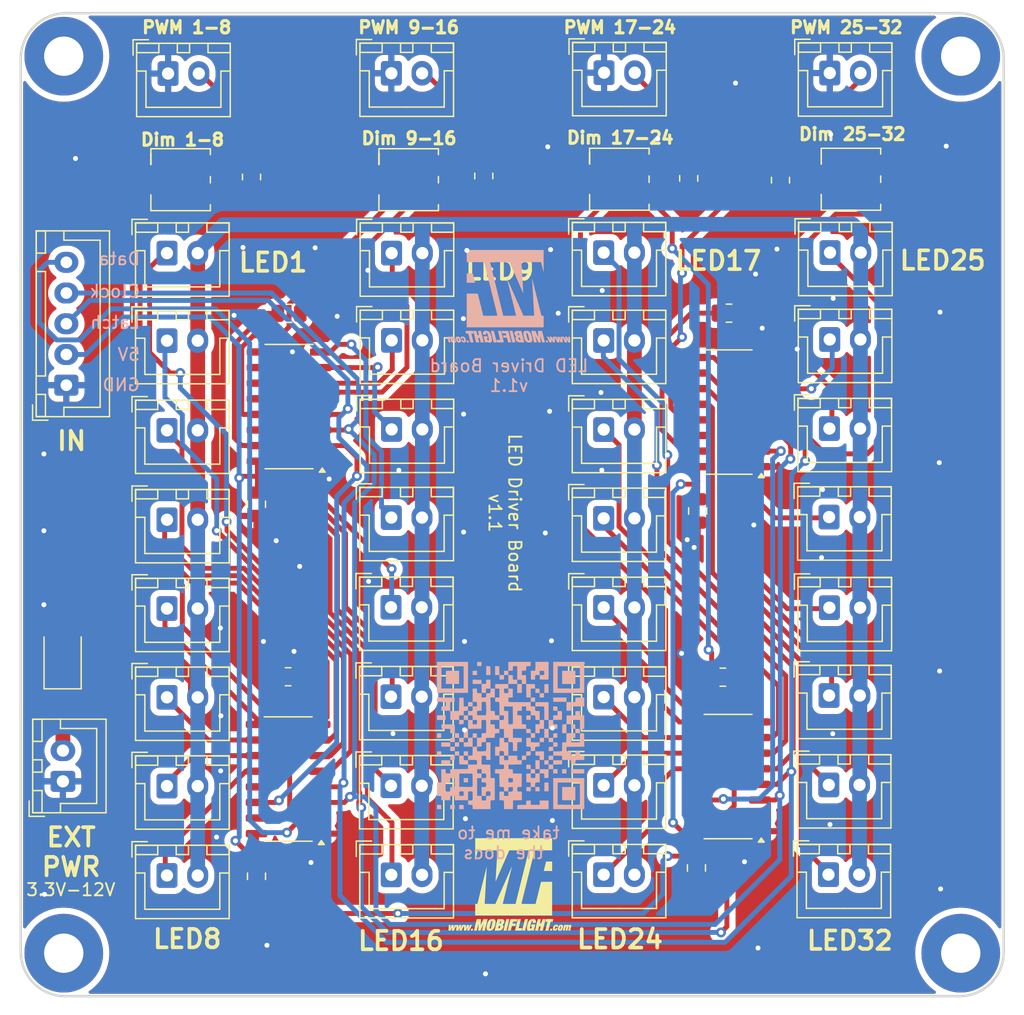
<source format=kicad_pcb>
(kicad_pcb (version 20241229) (generator "pcbnew") (generator_version "9.0")
  (layers (0 "F.Cu" signal) (2 "B.Cu" signal) (13 "F.Paste" user) (15 "B.Paste" user) (5 "F.SilkS" user "F.Silkscreen") (7 "B.SilkS" user "B.Silkscreen") (1 "F.Mask" user) (3 "B.Mask" user) (25 "Edge.Cuts" user))
  (net 0 "")
  (net 1 "LATCH")
  (net 2 "SDI")
  (net 3 "GND")
  (net 4 "CLK")
  (net 5 "VDC")
  (net 6 "Net-(U4-R-EXT)")
  (net 7 "Net-(U3-R-EXT)")
  (net 8 "Net-(U2-R-EXT)")
  (net 9 "Net-(U1-R-EXT)")
  (net 10 "Net-(U1-SDO)")
  (net 11 "Net-(U2-SDO)")
  (net 12 "Net-(U3-SDO)")
  (net 14 "LED1")
  (net 15 "LED2")
  (net 16 "LED3")
  (net 17 "LED4")
  (net 18 "LED5")
  (net 19 "LED6")
  (net 20 "LED7")
  (net 21 "LED8")
  (net 22 "LED9")
  (net 23 "LED10")
  (net 24 "LED11")
  (net 25 "LED12")
  (net 26 "LED13")
  (net 27 "LED14")
  (net 28 "LED15")
  (net 29 "LED17")
  (net 30 "LED18")
  (net 31 "LED19")
  (net 32 "LED20")
  (net 33 "LED21")
  (net 34 "LED22")
  (net 35 "LED23")
  (net 36 "LED24")
  (net 37 "LED25")
  (net 38 "LED26")
  (net 39 "LED27")
  (net 40 "LED28")
  (net 41 "LED29")
  (net 42 "LED30")
  (net 43 "LED31")
  (net 44 "LED32")
  (net 45 "OE1")
  (net 46 "OE2")
  (net 47 "OE3")
  (net 48 "OE4")
  (net 49 "Net-(R1-Pad1)")
  (net 50 "Net-(R2-Pad1)")
  (net 51 "Net-(R3-Pad1)")
  (net 52 "Net-(R4-Pad1)")
  (net 53 "LED16")
  (net 54 "+5V")
  (footprint "Resistor_SMD:R_0805_2012Metric" (layer "F.Cu") (at 91.76 115.001764)
    (property "Reference" "R1" (hide yes))
    (property "Value" "100")
  )
  (footprint "Connector_JST:JST_XH_B2B-XH-A_1x02_P2.50mm_Vertical" (layer "F.Cu") (at 135.81 94.805)
    (property "Reference" "J27")
    (property "Value" "LED27" (hide yes))
  )
  (footprint "Connector_JST:JST_XH_B2B-XH-A_1x02_P2.50mm_Vertical" (layer "F.Cu") (at 135.84 65.87)
    (property "Reference" "J36" (hide yes))
    (property "Value" "JST-XH_02_Pin_vertical")
  )
  (footprint "Connector_JST:JST_XH_B2B-XH-A_1x02_P2.50mm_Vertical" (layer "F.Cu") (at 135.735 131.105)
    (property "Reference" "J32")
    (property "Value" "LED32" (hide yes))
  )
  (footprint "Connector_JST:JST_XH_B2B-XH-A_1x02_P2.50mm_Vertical" (layer "F.Cu") (at 100.13 123.875)
    (property "Reference" "J15")
    (property "Value" "LED15" (hide yes))
  )
  (footprint "Capacitor_SMD:C_0805_2012Metric" (layer "F.Cu") (at 89.185 131.24 90)
    (property "Reference" "C1" (hide yes))
    (property "Value" "100n")
  )
  (footprint "Connector_JST:JST_XH_B2B-XH-A_1x02_P2.50mm_Vertical" (layer "F.Cu") (at 81.9 94.95)
    (property "Reference" "J3")
    (property "Value" "LED3" (hide yes))
  )
  (footprint "Connector_JST:JST_XH_B2B-XH-A_1x02_P2.50mm_Vertical" (layer "F.Cu") (at 135.86 80.48)
    (property "Reference" "J25")
    (property "Value" "LED25" (hide yes))
  )
  (footprint "MountingHole:MountingHole_3.2mm_M3_Pad" (layer "F.Cu") (at 73.5 64.5)
    (property "Reference" "H1" (hide yes))
    (property "Value" "MountingHole")
  )
  (footprint "_MobiFlight:Potentiometer_Bourns_3214J_Horizontal" (layer "F.Cu") (at 83.01 74.551764)
    (property "Reference" "RV1" (hide yes))
    (property "Value" "5k")
  )
  (footprint "Resistor_SMD:R_0805_2012Metric" (layer "F.Cu") (at 124.36 74.44 90)
    (property "Reference" "R7" (hide yes))
    (property "Value" "1k")
  )
  (footprint "MountingHole:MountingHole_3.2mm_M3_Pad" (layer "F.Cu") (at 73.5 137.5)
    (property "Reference" "H3" (hide yes))
    (property "Value" "MountingHole")
  )
  (footprint "Connector_JST:JST_XH_B2B-XH-A_1x02_P2.50mm_Vertical" (layer "F.Cu") (at 81.9 123.9)
    (property "Reference" "J7")
    (property "Value" "LED7" (hide yes))
  )
  (footprint "Connector_JST:JST_XH_B2B-XH-A_1x02_P2.50mm_Vertical" (layer "F.Cu") (at 81.9 109.45)
    (property "Reference" "J5")
    (property "Value" "LED5" (hide yes))
  )
  (footprint "Connector_JST:JST_XH_B2B-XH-A_1x02_P2.50mm_Vertical" (layer "F.Cu") (at 135.785 116.53)
    (property "Reference" "J30")
    (property "Value" "LED30" (hide yes))
  )
  (footprint "Capacitor_SMD:C_0805_2012Metric" (layer "F.Cu") (at 89.185 100.965 90)
    (property "Reference" "C2" (hide yes))
    (property "Value" "100n")
  )
  (footprint "Package_SO:SO-16_3.9x9.9mm_P1.27mm" (layer "F.Cu") (at 127.565 123.126764 180)
    (property "Reference" "U3" (hide yes))
    (property "Value" "STP08DP05MTR")
  )
  (footprint "Resistor_SMD:R_0805_2012Metric" (layer "F.Cu") (at 107.685 74.245 90)
    (property "Reference" "R6" (hide yes))
    (property "Value" "1k")
  )
  (footprint "Connector_JST:JST_XH_B2B-XH-A_1x02_P2.50mm_Vertical" (layer "F.Cu") (at 135.81 109.38)
    (property "Reference" "J29")
    (property "Value" "LED29" (hide yes))
  )
  (footprint "Package_SO:SO-16_3.9x9.9mm_P1.27mm" (layer "F.Cu") (at 127.565 93.461764 180)
    (property "Reference" "U4" (hide yes))
    (property "Value" "STP08DP05MTR")
  )
  (footprint "Capacitor_SMD:C_0805_2012Metric" (layer "F.Cu") (at 124.99 130.561764 90)
    (property "Reference" "C3" (hide yes))
    (property "Value" "100n")
  )
  (footprint "Connector_JST:JST_XH_B2B-XH-A_1x02_P2.50mm_Vertical" (layer "F.Cu") (at 135.76 123.805)
    (property "Reference" "J31")
    (property "Value" "LED31" (hide yes))
  )
  (footprint "Connector_JST:JST_XH_B2B-XH-A_1x02_P2.50mm_Vertical" (layer "F.Cu") (at 117.44 131.11)
    (property "Reference" "J24")
    (property "Value" "LED24" (hide yes))
  )
  (footprint "Connector_JST:JST_XH_B2B-XH-A_1x02_P2.50mm_Vertical" (layer "F.Cu") (at 117.47 65.84)
    (property "Reference" "J35" (hide yes))
    (property "Value" "JST-XH_02_Pin_vertical")
  )
  (footprint "Connector_JST:JST_XH_B2B-XH-A_1x02_P2.50mm_Vertical" (layer "F.Cu") (at 100.155 102.05)
    (property "Reference" "J12")
    (property "Value" "LED12" (hide yes))
  )
  (footprint "Connector_JST:JST_XH_B2B-XH-A_1x02_P2.50mm_Vertical" (layer "F.Cu") (at 135.835 87.555)
    (property "Reference" "J26")
    (property "Value" "LED26" (hide yes))
  )
  (footprint "Package_SO:SO-16_3.9x9.9mm_P1.27mm" (layer "F.Cu") (at 91.835 93.016764 180)
    (property "Reference" "U2" (hide yes))
    (property "Value" "STP08DP05MTR")
  )
  (footprint "Connector_JST:JST_XH_B2B-XH-A_1x02_P2.50mm_Vertical" (layer "F.Cu") (at 81.9 131.175)
    (property "Reference" "J8")
    (property "Value" "LED8" (hide yes))
  )
  (footprint "_MobiFlight:MobiFlight-Logo-Small" (layer "F.Cu") (at 109.81 131.91)
    (property "Reference" "G2" (hide yes))
    (property "Value" "LOGO" (hide yes))
  )
  (footprint "MountingHole:MountingHole_3.2mm_M3_Pad" (layer "F.Cu") (at 146.5 137.5)
    (property "Reference" "H4" (hide yes))
    (property "Value" "MountingHole")
  )
  (footprint "Connector_JST:JST_XH_B2B-XH-A_1x02_P2.50mm_Vertical" (layer "F.Cu") (at 117.44 102.11)
    (property "Reference" "J20")
    (property "Value" "LED20" (hide yes))
  )
  (footprint "MountingHole:MountingHole_3.2mm_M3_Pad" (layer "F.Cu") (at 146.5 64.5)
    (property "Reference" "H2" (hide yes))
    (property "Value" "MountingHole")
  )
  (footprint "Connector_JST:JST_XH_B2B-XH-A_1x02_P2.50mm_Vertical" (layer "F.Cu") (at 117.44 87.635)
    (property "Reference" "J18")
    (property "Value" "LED18" (hide yes))
  )
  (footprint "Connector_JST:JST_XH_B2B-XH-A_1x02_P2.50mm_Vertical" (layer "F.Cu") (at 81.9 80.525)
    (property "Reference" "J1")
    (property "Value" "LED1" (hide yes))
  )
  (footprint "Connector_JST:JST_XH_B5B-XH-A_1x05_P2.50mm_Vertical" (layer "F.Cu") (at 73.71 91.275 90)
    (property "Reference" "J103" (hide yes))
    (property "Value" "Dim")
  )
  (footprint "Capacitor_Tantalum_SMD:CP_EIA-3528-21_Kemet-B" (layer "F.Cu") (at 73.405 113.515 90)
    (property "Reference" "C5" (hide yes))
    (property "Value" "47u")
  )
  (footprint "Resistor_SMD:R_0805_2012Metric" (layer "F.Cu") (at 88.78 74.33 90)
    (property "Reference" "R5" (hide yes))
    (property "Value" "1k")
  )
  (footprint "Connector_JST:JST_XH_B2B-XH-A_1x02_P2.50mm_Vertical" (layer "F.Cu") (at 100.18 87.625)
    (property "Reference" "J10")
    (property "Value" "LED10" (hide yes))
  )
  (footprint "Connector_JST:JST_XH_B2B-XH-A_1x02_P2.50mm_Vertical" (layer "F.Cu") (at 117.44 80.485)
    (property "Reference" "J17")
    (property "Value" "LED17" (hide yes))
  )
  (footprint "Connector_JST:JST_XH_B2B-XH-A_1x02_P2.50mm_Vertical" (layer "F.Cu") (at 117.44 109.36)
    (property "Reference" "J21")
    (property "Value" "LED21" (hide yes))
  )
  (footprint "_MobiFlight:Potentiometer_Bourns_3214J_Horizontal" (layer "F.Cu") (at 101.57 74.551764)
    (property "Reference" "RV2" (hide yes))
    (property "Value" "5k")
  )
  (footprint "Connector_JST:JST_XH_B2B-XH-A_1x02_P2.50mm_Vertical" (layer "F.Cu") (at 117.44 94.885)
    (property "Reference" "J19")
    (property "Value" "LED19" (hide yes))
  )
  (footprint "Connector_JST:JST_XH_B2B-XH-A_1x02_P2.50mm_Vertical" (layer "F.Cu") (at 81.9 116.675)
    (property "Reference" "J6")
    (property "Value" "LED6" (hide yes))
  )
  (footprint "Connector_JST:JST_XH_B2B-XH-A_1x02_P2.50mm_Vertical" (layer "F.Cu") (at 117.44 116.66)
    (property "Reference" "J22")
    (property "Value" "LED22" (hide yes))
  )
  (footprint "Resistor_SMD:R_0805_2012Metric" (layer "F.Cu") (at 91.835 85.426764 180)
    (property "Reference" "R2" (hide yes))
    (property "Value" "100")
  )
  (footprint "Resistor_SMD:R_0805_2012Metric" (layer "F.Cu") (at 127.64 85.411764 180)
    (property "Reference" "R4" (hide yes))
    (property "Value" "100")
  )
  (footprint "_MobiFlight:Potentiometer_Bourns_3214J_Horizontal" (layer "F.Cu") (at 137.565 74.511764)
    (property "Reference" "RV4" (hide yes))
    (property "Value" "5k")
  )
  (footprint "Connector_JST:JST_XH_B2B-XH-A_1x02_P2.50mm_Vertical" (layer "F.Cu") (at 135.785 102.005)
    (property "Reference" "J28")
    (property "Value" "LED28" (hide yes))
  )
  (footprint "Connector_JST:JST_XH_B2B-XH-A_1x02_P2.50mm_Vertical" (layer "F.Cu") (at 100.13 109.35)
    (property "Reference" "J13")
    (property "Value" "LED13" (hide yes))
  )
  (footprint "Connector_JST:JST_XH_B2B-XH-A_1x02_P2.50mm_Vertical" (layer "F.Cu") (at 81.99 65.91)
    (property "Reference" "J33" (hide yes))
    (property "Value" "JST-XH_02_Pin_vertical")
  )
  (footprint "Resistor_SMD:R_0805_2012Metric" (layer "F.Cu") (at 127.14 115.036764)
    (property "Reference" "R3" (hide yes))
    (property "Value" "100")
  )
  (footprint "Connector_JST:JST_XH_B2B-XH-A_1x02_P2.50mm_Vertical" (layer "F.Cu") (at 81.9 87.65)
    (property "Reference" "J2")
    (property "Value" "LED2" (hide yes))
  )
  (footprint "Connector_JST:JST_XH_B2B-XH-A_1x02_P2.50mm_Vertical" (layer "F.Cu") (at 100.16 65.89)
    (property "Reference" "J34" (hide yes))
    (property "Value" "JST-XH_02_Pin_vertical")
  )
  (footprint "Connector_JST:JST_XH_B2B-XH-A_1x02_P2.50mm_Vertical" (layer "F.Cu") (at 117.44 123.835)
    (property "Reference" "J23")
    (property "Value" "LED23" (hide yes))
  )
  (footprint "Connector_JST:JST_XH_B2B-XH-A_1x02_P2.50mm_Vertical" (layer "F.Cu") (at 100.13 116.625)
    (property "Reference" "J14")
    (property "Value" "LED14" (hide yes))
  )
  (footprint "Connector_JST:JST_XH_B2B-XH-A_1x02_P2.50mm_Vertical" (layer "F.Cu") (at 73.43 123.515 90)
    (property "Reference" "J102" (hide yes))
    (property "Value" "PWR" (hide yes))
  )
  (footprint "Connector_JST:JST_XH_B2B-XH-A_1x02_P2.50mm_Vertical" (layer "F.Cu") (at 100.18 94.875)
    (property "Reference" "J11")
    (property "Value" "LED11" (hide yes))
  )
  (footprint "Capacitor_SMD:C_0805_2012Metric" (layer "F.Cu") (at 125.09 101.511764 90)
    (property "Reference" "C4" (hide yes))
    (property "Value" "100n")
  )
  (footprint "Connector_JST:JST_XH_B2B-XH-A_1x02_P2.50mm_Vertical" (layer "F.Cu") (at 100.18 80.525)
    (property "Reference" "J9")
    (property "Value" "LED9" (hide yes))
  )
  (footprint "_MobiFlight:Potentiometer_Bourns_3214J_Horizontal" (layer "F.Cu") (at 118.715 74.511764)
    (property "Reference" "RV3" (hide yes))
    (property "Value" "5k")
  )
  (footprint "Package_SO:SO-16_3.9x9.9mm_P1.27mm" (layer "F.Cu") (at 91.76 123.326764 180)
    (property "Reference" "U1" (hide yes))
    (property "Value" "STP08DP05MTR")
  )
  (footprint "Connector_JST:JST_XH_B2B-XH-A_1x02_P2.50mm_Vertical" (layer "F.Cu") (at 81.9 102.225)
    (property "Reference" "J4")
    (property "Value" "LED4" (hide yes))
  )
  (footprint "Connector_JST:JST_XH_B2B-XH-A_1x02_P2.50mm_Vertical" (layer "F.Cu") (at 100.155 131.125)
    (property "Reference" "J16")
    (property "Value" "LED16" (hide yes))
  )
  (footprint "Resistor_SMD:R_0805_2012Metric" (layer "F.Cu") (at 131.83 74.59 90)
    (property "Reference" "R8" (hide yes))
    (property "Value" "1k")
  )
  (footprint "_MobiFlight:MobiFlight-Logo-Small" (layer "B.Cu") (at 109.727225 84.04 180)
    (property "Reference" "G2" (hide yes))
    (property "Value" "LOGO" (hide yes))
  )
  (footprint "LOGO" (layer "B.Cu") (at 109.88 119.77 180)
    (property "Reference" "G***" (hide yes))
    (property "Value" "LOGO" (hide yes))
  )
  (gr_arc (start 70 64.7) (mid 71.083705 62.083705) (end 73.7 61) (stroke (width 0.2)) (layer "Edge.Cuts"))
  (gr_arc (start 73.6 141) (mid 71.054416 139.945584) (end 70 137.4) (stroke (width 0.2)) (layer "Edge.Cuts"))
  (gr_line (start 146.4 141) (end 73.6 141) (stroke (width 0.2)) (layer "Edge.Cuts"))
  (gr_arc (start 146.3 61) (mid 148.916295 62.083705) (end 150 64.7) (stroke (width 0.2)) (layer "Edge.Cuts"))
  (gr_line (start 150 64.7) (end 150 137.4) (stroke (width 0.2)) (layer "Edge.Cuts"))
  (gr_line (start 73.7 61) (end 146.3 61) (stroke (width 0.2)) (layer "Edge.Cuts"))
  (gr_arc (start 150 137.4) (mid 148.945584 139.945584) (end 146.4 141) (stroke (width 0.2)) (layer "Edge.Cuts"))
  (gr_line (start 70 137.4) (end 70 64.7) (stroke (width 0.2)) (layer "Edge.Cuts"))
  (gr_text "Dim 17-24" (at 114.31 71.72 0) (layer "F.SilkS") (effects (font (size 1 1) (thickness 0.25) (bold yes)) (justify left bottom)))
  (gr_text "Dim 1-8" (at 79.64 71.88 0) (layer "F.SilkS") (effects (font (size 1 1) (thickness 0.25) (bold yes)) (justify left bottom)))
  (gr_text "PWM 25-32" (at 132.48 62.74 0) (layer "F.SilkS") (effects (font (size 1 1) (thickness 0.25) (bold yes)) (justify left bottom)))
  (gr_text "LED25" (at 141.37 82 0) (layer "F.SilkS") (effects (font (size 1.5 1.5) (thickness 0.3) (bold yes)) (justify left bottom)))
  (gr_text "3.3V-12V" (at 70.355953 132.92 0) (layer "F.SilkS") (effects (font (size 1 1)) (justify left bottom)))
  (gr_text "LED8" (at 80.6 137.22 0) (layer "F.SilkS") (effects (font (size 1.5 1.5) (thickness 0.3) (bold yes)) (justify left bottom)))
  (gr_text "LED24" (at 115.1 137.24 0) (layer "F.SilkS") (effects (font (size 1.5 1.5) (thickness 0.3) (bold yes)) (justify left bottom)))
  (gr_text "LED32" (at 133.81 137.35 0) (layer "F.SilkS") (effects (font (size 1.5 1.5) (thickness 0.3) (bold yes)) (justify left bottom)))
  (gr_text "PWM 1-8" (at 79.75 62.74 0) (layer "F.SilkS") (effects (font (size 1 1) (thickness 0.25) (bold yes)) (justify left bottom)))
  (gr_text "LED Driver Board\nv1.1" (at 109.4 101.68 270) (layer "F.SilkS") (effects (font (size 1 1))))
  (gr_text "PWM 17-24" (at 114.05 62.74 0) (layer "F.SilkS") (effects (font (size 1 1) (thickness 0.25) (bold yes)) (justify left bottom)))
  (gr_text "Dim 9-16" (at 97.6 71.77 0) (layer "F.SilkS") (effects (font (size 1 1) (thickness 0.25) (bold yes)) (justify left bottom)))
  (gr_text "LED9" (at 106.035 82.815 0) (layer "F.SilkS") (effects (font (size 1.5 1.5) (thickness 0.3) (bold yes)) (justify left bottom)))
  (gr_text "EXT\nPWR" (at 74.1 131.36 0) (layer "F.SilkS") (effects (font (size 1.5 1.5) (thickness 0.3) (bold yes)) (justify bottom)))
  (gr_text "LED16" (at 97.28 137.38 0) (layer "F.SilkS") (effects (font (size 1.5 1.5) (thickness 0.3) (bold yes)) (justify left bottom)))
  (gr_text "PWM 9-16" (at 97.34 62.74 0) (layer "F.SilkS") (effects (font (size 1 1) (thickness 0.25) (bold yes)) (justify left bottom)))
  (gr_text "LED17" (at 123.115 82.025 0) (layer "F.SilkS") (effects (font (size 1.5 1.5) (thickness 0.3) (bold yes)) (justify left bottom)))
  (gr_text "Dim 25-32" (at 133.2 71.43 0) (layer "F.SilkS") (effects (font (size 1 1) (thickness 0.25) (bold yes)) (justify left bottom)))
  (gr_text "IN" (at 72.8 96.69 0) (layer "F.SilkS") (effects (font (size 1.5 1.5) (thickness 0.3) (bold yes)) (justify left bottom)))
  (gr_text "LED1" (at 87.585 82.165 0) (layer "F.SilkS") (effects (font (size 1.5 1.5) (thickness 0.3) (bold yes)) (justify left bottom)))
  (gr_text "5V" (at 79.8 89.36 0) (layer "B.SilkS") (effects (font (size 1 1)) (justify left bottom mirror)))
  (gr_text "take me to \nthe docs" (at 109.3 128.52 0) (layer "B.SilkS") (effects (font (size 1 1)) (justify mirror)))
  (gr_text "Data" (at 79.8 81.57 0) (layer "B.SilkS") (effects (font (size 1 1)) (justify left bottom mirror)))
  (gr_text "Latch" (at 79.8 86.75 0) (layer "B.SilkS") (effects (font (size 1 1)) (justify left bottom mirror)))
  (gr_text "LED Driver Board\nv1.1" (at 109.73 90.5 0) (layer "B.SilkS") (effects (font (size 1 1)) (justify mirror)))
  (gr_text "Clock" (at 79.8 84.22 0) (layer "B.SilkS") (effects (font (size 1 1)) (justify left bottom mirror)))
  (gr_text "GND" (at 79.8 91.83 0) (layer "B.SilkS") (effects (font (size 1 1)) (justify left bottom mirror)))
  (segment (start 95.925 123.961764) (end 96.26 123.626764) (width 0.4) (layer "F.Cu") (net 1))
  (segment (start 132.71 122.729232) (end 132.566161 122.729232) (width 0.4) (layer "F.Cu") (net 1))
  (segment (start 131.533629 123.761764) (end 130.14 123.761764) (width 0.4) (layer "F.Cu") (net 1))
  (segment (start 133.835 97.435) (end 133.835 96.16264) (width 0.4) (layer "F.Cu") (net 1))
  (segment (start 94.335 123.961764) (end 95.925 123.961764) (width 0.4) (layer "F.Cu") (net 1))
  (segment (start 133.835 96.16264) (end 131.769124 94.096764) (width 0.4) (layer "F.Cu") (net 1))
  (segment (start 96.158236 93.651764) (end 96.62 93.19) (width 0.4) (layer "F.Cu") (net 1))
  (segment (start 132.566161 122.729232) (end 131.533629 123.761764) (width 0.4) (layer "F.Cu") (net 1))
  (segment (start 94.41 93.651764) (end 96.158236 93.651764) (width 0.4) (layer "F.Cu") (net 1))
  (segment (start 131.769124 94.096764) (end 130.14 94.096764) (width 0.4) (layer "F.Cu") (net 1))
  (via (at 96.26 123.626764) (size 0.8) (drill 0.4) (layers "F.Cu" "B.Cu") (net 1))
  (via (at 133.835 97.435) (size 0.8) (drill 0.4) (layers "F.Cu" "B.Cu") (net 1))
  (via (at 96.62 93.19) (size 0.8) (drill 0.4) (layers "F.Cu" "B.Cu") (net 1))
  (via (at 132.71 122.729232) (size 0.8) (drill 0.4) (layers "F.Cu" "B.Cu") (net 1))
  (segment (start 95.885 95.551764) (end 98.16 97.826764) (width 0.4) (layer "B.Cu") (net 1))
  (segment (start 95.885 93.925) (end 95.885 95.551764) (width 0.4) (layer "B.Cu") (net 1))
  (segment (start 95.984 132.813942) (end 99.781058 136.611) (width 0.4) (layer "B.Cu") (net 1))
  (segment (start 133.835 97.435) (end 132.74 98.53) (width 0.4) (layer "B.Cu") (net 1))
  (segment (start 95.984 123.902764) (end 95.984 132.813942) (width 0.4) (layer "B.Cu") (net 1))
  (segment (start 73.71 86.275) (end 75.609 84.376) (width 0.4) (layer "B.Cu") (net 1))
  (segment (start 132.74 122.699232) (end 132.71 122.729232) (width 0.4) (layer "B.Cu") (net 1))
  (segment (start 96.62 93.19) (end 95.885 93.925) (width 0.4) (layer "B.Cu") (net 1))
  (segment (start 96.31 123.576764) (end 96.26 123.626764) (width 0.4) (layer "B.Cu") (net 1))
  (segment (start 127.321786 136.611) (end 132.71 131.222786) (width 0.4) (layer "B.Cu") (net 1))
  (segment (start 75.609 84.376) (end 90.136 84.376) (width 0.4) (layer "B.Cu") (net 1))
  (segment (start 99.781058 136.611) (end 127.321786 136.611) (width 0.4) (layer "B.Cu") (net 1))
  (segment (start 132.74 98.53) (end 132.74 122.699232) (width 0.4) (layer "B.Cu") (net 1))
  (segment (start 132.71 131.222786) (end 132.71 122.729232) (width 0.4) (layer "B.Cu") (net 1))
  (segment (start 96.26 123.626764) (end 95.984 123.902764) (width 0.4) (layer "B.Cu") (net 1))
  (segment (start 96.31 100.850836) (end 96.31 123.576764) (width 0.4) (layer "B.Cu") (net 1))
  (segment (start 98.16 99.000836) (end 96.31 100.850836) (width 0.4) (layer "B.Cu") (net 1))
  (segment (start 90.136 84.376) (end 96.62 90.86) (width 0.4) (layer "B.Cu") (net 1))
  (segment (start 98.16 97.826764) (end 98.16 99.000836) (width 0.4) (layer "B.Cu") (net 1))
  (segment (start 96.62 90.86) (end 96.62 93.19) (width 0.4) (layer "B.Cu") (net 1))
  (segment (start 92.848236 126.501764) (end 94.335 126.501764) (width 0.4) (layer "F.Cu") (net 2))
  (segment (start 91.66 127.69) (end 92.848236 126.501764) (width 0.4) (layer "F.Cu") (net 2))
  (via (at 91.66 127.69) (size 0.8) (drill 0.4) (layers "F.Cu" "B.Cu") (net 2))
  (segment (start 71.49 86.15) (end 72.93 87.59) (width 0.4) (layer "B.Cu") (net 2))
  (segment (start 88.63 87.851364) (end 88.63 126.65) (width 0.4) (layer "B.Cu") (net 2))
  (segment (start 74.81 87.59) (end 77.34 85.06) (width 0.4) (layer "B.Cu") (net 2))
  (segment (start 88.63 126.65) (end 89.67 127.69) (width 0.4) (layer "B.Cu") (net 2))
  (segment (start 72.185 81.275) (end 71.49 81.97) (width 0.4) (layer "B.Cu") (net 2))
  (segment (start 73.71 81.275) (end 72.185 81.275) (width 0.4) (layer "B.Cu") (net 2))
  (segment (start 85.838636 85.06) (end 88.63 87.851364) (width 0.4) (layer "B.Cu") (net 2))
  (segment (start 77.34 85.06) (end 85.838636 85.06) (width 0.4) (layer "B.Cu") (net 2))
  (segment (start 89.67 127.69) (end 91.66 127.69) (width 0.4) (layer "B.Cu") (net 2))
  (segment (start 71.49 81.97) (end 71.49 86.15) (width 0.4) (layer "B.Cu") (net 2))
  (segment (start 72.93 87.59) (end 74.81 87.59) (width 0.4) (layer "B.Cu") (net 2))
  (via (at 113.265 119.175) (size 0.8) (drill 0.4) (layers "F.Cu" "B.Cu") (net 3))
  (via (at 86.29 118.18) (size 0.8) (drill 0.4) (layers "F.Cu" "B.Cu") (net 3))
  (via (at 144.82 85.33) (size 0.8) (drill 0.4) (layers "F.Cu" "B.Cu") (net 3))
  (via (at 87.36 85.59) (size 0.8) (drill 0.4) (layers "F.Cu" "B.Cu") (net 3))
  (via (at 117.22 91.87) (size 0.8) (drill 0.4) (layers "F.Cu" "B.Cu") (net 3))
  (via (at 113.74 85.42) (size 0.8) (drill 0.4) (layers "F.Cu" "B.Cu") (net 3))
  (via (at 74.455 72.825) (size 0.8) (drill 0.4) (layers "F.Cu" "B.Cu") (net 3))
  (via (at 131.54 80.2) (size 0.8) (drill 0.4) (layers "F.Cu" "B.Cu") (net 3))
  (via (at 100.29 119.63) (size 0.8) (drill 0.4) (layers "F.Cu" "B.Cu") (net 3))
  (via (at 133.19 88.336764) (size 0.8) (drill 0.4) (layers "F.Cu" "B.Cu") (net 3))
  (via (at 88.085 80.065) (size 0.8) (drill 0.4) (layers "F.Cu" "B.Cu") (net 3))
  (via (at 90.035 136.855) (size 0.8) (drill 0.4) (layers "F.Cu" "B.Cu") (net 3))
  (via (at 98.31 107.24) (size 0.8) (drill 0.4) (layers "F.Cu" "B.Cu") (net 3))
  (via (at 136.12 84.21) (size 0.8) (drill 0.4) (layers "F.Cu" "B.Cu") (net 3))
  (via (at 124.8 104.48) (size 0.8) (drill 0.4) (layers "F.Cu" "B.Cu") (net 3))
  (via (at 130 137.08) (size 0.8) (drill 0.4) (layers "F.Cu" "B.Cu") (net 3))
  (via (at 135.17 105.31) (size 0.8) (drill 0.4) (layers "F.Cu" "B.Cu") (net 3))
  (via (at 135.915 70.861764) (size 0.8) (drill 0.4) (layers "F.Cu" "B.Cu") (net 3))
  (via (at 90.79 103.93) (size 0.8) (drill 0.4) (layers "F.Cu" "B.Cu") (net 3))
  (via (at 92.24 112.94) (size 0.8) (drill 0.4) (layers "F.Cu" "B.Cu") (net 3))
  (via (at 85.935 128.051764) (size 0.8) (drill 0.4) (layers "F.Cu" "B.Cu") (net 3))
  (via (at 123.78 113.1) (size 0.8) (drill 0.4) (layers "F.Cu" "B.Cu") (net 3))
  (via (at 93.96 80.09) (size 0.8) (drill 0.4) (layers "F.Cu" "B.Cu") (net 3))
  (via (at 121.84 71.225) (size 0.8) (drill 0.4) (layers "F.Cu" "B.Cu") (net 3))
  (via (at 112.69 103.3) (size 0.8) (drill 0.4) (layers "F.Cu" "B.Cu") (net 3))
  (via (at 113.04 93.4) (size 0.8) (drill 0.4) (layers "F.Cu" "B.Cu") (net 3))
  (via (at 112.89 71.875) (size 0.8) (drill 0.4) (layers "F.Cu" "B.Cu") (net 3))
  (via (at 130.34 86.636764) (size 0.8) (drill 0.4) (layers "F.Cu" "B.Cu") (net 3))
  (via (at 113.19 112.075) (size 0.8) (drill 0.4) (layers "F.Cu" "B.Cu") (net 3))
  (via (at 135.86 127.03) (size 0.8) (drill 0.4) (layers "F.Cu" "B.Cu") (net 3))
  (via (at 106.02 85.86) (size 0.8) (drill 0.4) (layers "F.Cu" "B.Cu") (net 3))
  (via (at 128.9 130.06) (size 0.8) (drill 0.4) (layers "F.Cu" "B.Cu") (net 3))
  (via (at 136.08 119.64) (size 0.8) (drill 0.4) (layers "F.Cu" "B.Cu") (net 3))
  (via (at 106.04 93.63) (size 0.8) (drill 0.4) (layers "F.Cu" "B.Cu") (net 3))
  (via (at 106.115 112.13) (size 0.8) (drill 0.4) (layers "F.Cu" "B.Cu") (net 3))
  (via (at 129.66 102.65) (size 0.8) (drill 0.4) (layers "F.Cu" "B.Cu") (net 3))
  (via (at 93.62 130.12) (size 0.8) (drill 0.4) (layers "F.Cu" "B.Cu") (net 3))
  (via (at 71.93 132.71) (size 0.8) (drill 0.4) (layers "F.Cu" "B.Cu") (net 3))
  (via (at 92.11 88.56) (size 0.8) (drill 0.4) (layers "F.Cu" "B.Cu") (net 3))
  (via (at 145.32 71.82) (size 0.8) (drill 0.4) (layers "F.Cu" "B.Cu") (net 3))
  (via (at 107.82 139.18) (size 0.8) (drill 0.4) (layers "F.Cu" "B.Cu") (net 3))
  (via (at 106.04 103.23) (size 0.8) (drill 0.4) (layers "F.Cu" "B.Cu") (net 3))
  (via (at 71.88 96.87) (size 0.8) (drill 0.4) (layers "F.Cu" "B.Cu") (net 3))
  (via (at 86.25 111.04) (size 0.8) (drill 0.4) (layers "F.Cu" "B.Cu") (net 3))
  (via (at 117.32 83.57) (size 0.8) (drill 0.4) (layers "F.Cu" "B.Cu") (net 3))
  (via (at 144.86 132.27) (size 0.8) (drill 0.4) (layers "F.Cu" "B.Cu") (net 3))
  (via (at 144.78 114.54) (size 0.8) (drill 0.4) (layers "F.Cu" "B.Cu") (net 3))
  (via (at 117.29 98.19) (size 0.8) (drill 0.4) (layers "F.Cu" "B.Cu") (net 3))
  (via (at 144.75 97.58) (size 0.8) (drill 0.4) (layers "F.Cu" "B.Cu") (net 3))
  (via (at 106.19 126.555) (size 0.8) (drill 0.4) (layers "F.Cu" "B.Cu") (net 3))
  (via (at 113.12 80.24) (size 0.8) (drill 0.4) (layers "F.Cu" "B.Cu") (net 3))
  (via (at 89.75 112.13) (size 0.8) (drill 0.4) (layers "F.Cu" "B.Cu") (net 3))
  (via (at 98.25 81.92) (size 0.8) (drill 0.4) (layers "F.Cu" "B.Cu") (net 3))
  (via (at 128.17 66.69) (size 0.8) (drill 0.4) (layers "F.Cu" "B.Cu") (net 3))
  (via (at 95.1 98.91) (size 0.8) (drill 0.4) (layers "F.Cu" "B.Cu") (net 3))
  (via (at 86.27 122.66) (size 0.8) (drill 0.4) (layers "F.Cu" "B.Cu") (net 3))
  (via (at 106.115 119.33) (size 0.8) (drill 0.4) (layers "F.Cu" "B.Cu") (net 3))
  (via (at 113.265 126.7) (size 0.8) (drill 0.4) (layers "F.Cu" "B.Cu") (net 3))
  (via (at 95.75 85.67) (size 0.8) (drill 0.4) (layers "F.Cu" "B.Cu") (net 3))
  (via (at 92.7 106.02) (size 0.8) (drill 0.4) (layers "F.Cu" "B.Cu") (net 3))
  (via (at 135.25 99.77) (size 0.8) (drill 0.4) (layers "F.Cu" "B.Cu") (net 3))
  (via (at 106.305 80.305) (size 0.8) (drill 0.4) (layers "F.Cu" "B.Cu") (net 3))
  (via (at 129.8 82.23) (size 0.8) (drill 0.4) (layers "F.Cu" "B.Cu") (net 3))
  (via (at 100.77 98.2) (size 0.8) (drill 0.4) (layers "F.Cu" "B.Cu") (net 3))
  (via (at 71.88 109.14) (size 0.8) (drill 0.4) (layers "F.Cu" "B.Cu") (net 3))
  (via (at 71.88 103.12) (size 0.8) (drill 0.4) (layers "F.Cu" "B.Cu") (net 3))
  (via (at 124.24 103.85) (size 0.8) (drill 0.4) (layers "F.Cu" "B.Cu") (net 3))
  (segment (start 132.635097 96.279075) (end 132.635097 96.094111) (width 0.4) (layer "F.Cu") (net 4))
  (segment (start 96.785 124.776764) (end 96.33 125.231764) (width 0.4) (layer "F.Cu") (net 4))
  (segment (start 132.635097 97.268611) (end 132.635097 96.994453) (width 0.4) (layer "F.Cu") (net 4))
  (segment (start 132.635097 96.994453) (end 132.661 96.96855) (width 0.4) (layer "F.Cu") (net 4))
  (segment (start 132.661 96.304978) (end 132.635097 96.279075) (width 0.4) (layer "F.Cu") (net 4))
  (segment (start 131.90775 95.366764) (end 130.14 95.366764) (width 0.4) (layer "F.Cu") (net 4))
  (segment (start 96.33 125.231764) (end 94.335 125.231764) (width 0.4) (layer "F.Cu") (net 4))
  (segment (start 96.615 94.921764) (end 96.685 94.851764) (width 0.4) (layer "F.Cu") (net 4))
  (segment (start 94.41 94.921764) (end 96.615 94.921764) (width 0.4) (layer "F.Cu") (net 4))
  (segment (start 132.635097 96.094111) (end 131.90775 95.366764) (width 0.4) (layer "F.Cu") (net 4))
  (segment (start 96.665 94.921764) (end 96.665 94.795) (width 0.4) (layer "F.Cu") (net 4))
  (segment (start 131.395 125.031764) (end 130.14 125.031764) (width 0.4) (layer "F.Cu") (net 4))
  (segment (start 131.770882 124.655882) (end 131.395 125.031764) (width 0.4) (layer "F.Cu") (net 4))
  (segment (start 132.661 96.96855) (end 132.661 96.304978) (width 0.4) (layer "F.Cu") (net 4))
  (via (at 96.685 94.851764) (size 0.8) (drill 0.4) (layers "F.Cu" "B.Cu") (net 4))
  (via (at 132.635097 97.268611) (size 0.8) (drill 0.4) (layers "F.Cu" "B.Cu") (net 4))
  (via (at 131.770882 124.655882) (size 0.8) (drill 0.4) (layers "F.Cu" "B.Cu") (net 4))
  (via (at 96.785 124.776764) (size 0.8) (drill 0.4) (layers "F.Cu" "B.Cu") (net 4))
  (segment (start 97.49 94.046764) (end 96.685 94.851764) (width 0.4) (layer "B.Cu") (net 4))
  (segment (start 97.49 90.852786) (end 97.49 94.046764) (width 0.4) (layer "B.Cu") (net 4))
  (segment (start 98.76 96.926764) (end 96.685 94.851764) (width 0.4) (layer "B.Cu") (net 4))
  (segment (start 97.97955 124.776764) (end 98.904 125.701214) (width 0.4) (layer "B.Cu") (net 4))
  (segment (start 126.51 135.16) (end 131.770882 129.899118) (width 0.4) (layer "B.Cu") (net 4))
  (segment (start 97.17 100.839364) (end 98.76 99.249364) (width 0.4) (layer "B.Cu") (net 4))
  (segment (start 96.785 124.776764) (end 97.17 124.391764) (width 0.4) (layer "B.Cu") (net 4))
  (segment (start 131.815 124.611764) (end 131.770882 124.655882) (width 0.4) (layer "B.Cu") (net 4))
  (segment (start 132.635097 97.268611) (end 132.571389 97.268611) (width 0.4) (layer "B.Cu") (net 4))
  (segment (start 131.770882 129.899118) (end 131.770882 124.655882) (width 0.4) (layer "B.Cu") (net 4))
  (segment (start 73.71 83.775) (end 90.412214 83.775) (width 0.4) (layer "B.Cu") (net 4))
  (segment (start 98.76 99.249364) (end 98.76 96.926764) (width 0.4) (layer "B.Cu") (net 4))
  (segment (start 100.029942 135.16) (end 126.51 135.16) (width 0.4) (layer "B.Cu") (net 4))
  (segment (start 96.785 124.776764) (end 97.97955 124.776764) (width 0.4) (layer "B.Cu") (net 4))
  (segment (start 98.904 134.034058) (end 100.029942 135.16) (width 0.4) (layer "B.Cu") (net 4))
  (segment (start 132.571389 97.268611) (end 131.815 98.025) (width 0.4) (layer "B.Cu") (net 4))
  (segment (start 90.412214 83.775) (end 97.49 90.852786) (width 0.4) (layer "B.Cu") (net 4))
  (segment (start 131.815 98.025) (end 131.815 124.611764) (width 0.4) (layer "B.Cu") (net 4))
  (segment (start 97.17 124.391764) (end 97.17 100.839364) (width 0.4) (layer "B.Cu") (net 4))
  (segment (start 98.904 125.701214) (end 98.904 134.034058) (width 0.4) (layer "B.Cu") (net 4))
  (segment (start 84.21 94.876764) (end 84.4 95.066764) (width 1.2) (layer "F.Cu") (net 5))
  (segment (start 84.4 87.65) (end 84.4 94.95) (width 1.2) (layer "F.Cu") (net 5))
  (segment (start 84.4 80.525) (end 84.4 87.65) (width 1.2) (layer "F.Cu") (net 5))
  (segment (start 138.54 87.611764) (end 138.561764 87.611764) (width 0.4) (layer "F.Cu") (net 5))
  (segment (start 84.21 87.601764) (end 84.26 87.551764) (width 1.2) (layer "F.Cu") (net 5))
  (segment (start 73.405 115.0525) (end 74.4325 114.025) (width 1.2) (layer "F.Cu") (net 5))
  (segment (start 73.43 115.0775) (end 73.405 115.0525) (width 1.2) (layer "F.Cu") (net 5))
  (segment (start 82.935 114.025) (end 84.21 115.3) (width 1.2) (layer "F.Cu") (net 5))
  (segment (start 73.43 121.015) (end 73.43 115.0775) (width 1.2) (layer "F.Cu") (net 5))
  (segment (start 84.21 115.3) (end 84.21 116.601764) (width 1.2) (layer "F.Cu") (net 5))
  (segment (start 74.4325 114.025) (end 82.935 114.025) (width 1.2) (layer "F.Cu") (net 5))
  (segment (start 84.4 101.961764) (end 84.21 102.151764) (width 1.2) (layer "F.Cu") (net 5))
  (segment (start 119.94 94.885) (end 119.94 87.635) (width 1.2) (layer "F.Cu") (net 5))
  (segment (start 102.685 108.72707) (end 102.685 109.351764) (width 0.4) (layer "F.Cu") (net 5))
  (segment (start 84.4 94.95) (end 84.4 102.225) (width 1.2) (layer "F.Cu") (net 5))
  (segment (start 84.235 94.851764) (end 84.21 94.876764) (width 1.2) (layer "F.Cu") (net 5))
  (segment (start 119.98 109.451764) (end 119.915 109.386764) (width 0.4) (layer "F.Cu") (net 5))
  (segment (start 120.018265 78.175) (end 120.003265 78.16) (width 1.2) (layer "B.Cu") (net 5))
  (segment (start 138.26 131.08) (end 138.235 131.105) (width 1.2) (layer "B.Cu") (net 5))
  (segment (start 119.94 80.485) (end 119.94 87.635) (width 1.2) (layer "B.Cu") (net 5))
  (segment (start 119.94 116.66) (end 119.94 123.835) (width 1.2) (layer "B.Cu") (net 5))
  (segment (start 138.36 87.53) (end 138.335 87.555) (width 1.2) (layer "B.Cu") (net 5))
  (segment (start 102.685 80.576764) (end 102.735 80.526764) (width 1.2) (layer "B.Cu") (net 5))
  (segment (start 84.26 123.901764) (end 84.185 123.826764) (width 0.4) (layer "B.Cu") (net 5))
  (segment (start 102.95 123.611764) (end 102.685 123.876764) (width 1.2) (layer "B.Cu") (net 5))
  (segment (start 119.94 78.253265) (end 120.018265 78.175) (width 1.2) (layer "B.Cu") (net 5))
  (segment (start 102.655 102.05) (end 102.655 109.325) (width 1.2) (layer "B.Cu") (net 5))
  (segment (start 84.235 94.851764) (end 84.21 94.876764) (width 1.2) (layer "B.Cu") (net 5))
  (segment (start 119.94 80.485) (end 119.94 78.253265) (width 1.2) (layer "B.Cu") (net 5))
  (segment (start 102.63 109.35) (end 102.63 116.625) (width 1.2) (layer "B.Cu") (net 5))
  (segment (start 138.26 123.805) (end 138.26 131.08) (width 1.2) (layer "B.Cu") (net 5))
  (segment (start 138.335 94.78) (end 138.31 94.805) (width 1.2) (layer "B.Cu") (net 5))
  (segment (start 138.285 116.53) (end 138.285 123.78) (width 1.2) (layer "B.Cu") (net 5))
  (segment (start 138.565 87.586764) (end 138.54 87.611764) (width 1.2) (layer "B.Cu") (net 5))
  (segment (start 84.21 131.051764) (end 84.26 131.101764) (width 1.2) (layer "B.Cu") (net 5))
  (segment (start 120.018265 78.175) (end 137.705 78.175) (width 1.2) (layer "B.Cu") (net 5))
  (segment (start 84.26 87.551764) (end 84.235 87.576764) (width 1.2) (layer "B.Cu") (net 5))
  (segment (start 84.4 109.45) (end 84.4 116.675) (width 1.2) (layer "B.Cu") (net 5))
  (segment (start 102.655 109.325) (end 102.63 109.35) (width 1.2) (layer "B.Cu") (net 5))
  (segment (start 102.68 80.525) (end 102.68 78.485) (width 1.2) (layer "B.Cu") (net 5))
  (segment (start 102.68 87.625) (end 102.68 94.875) (width 1.2) (layer "B.Cu") (net 5))
  (segment (start 120.003265 102.048499) (end 119.915 102.136764) (width 1.2) (layer "B.Cu") (net 5))
  (segment (start 138.31 94.805) (end 138.31 101.98) (width 1.2) (layer "B.Cu") (net 5))
  (segment (start 119.94 102.11) (end 119.94 94.885) (width 1.2) (layer "B.Cu") (net 5))
  (segment (start 138.36 80.48) (end 138.36 87.53) (width 1.2) (layer "B.Cu") (net 5))
  (segment (start 138.31 116.505) (end 138.285 116.53) (width 1.2) (layer "B.Cu") (net 5))
  (segment (start 138.285 102.005) (end 138.285 109.355) (width 1.2) (layer "B.Cu") (net 5))
  (segment (start 120.013265 78.18) (end 101.155 78.18) (width 1.2) (layer "B.Cu") (net 5))
  (segment (start 84.21 102.151764) (end 84.351764 102.151764) (width 0.4) (layer "B.Cu") (net 5))
  (segment (start 138.285 123.78) (end 138.26 123.805) (width 1.2) (layer "B.Cu") (net 5))
  (segment (start 86.496764 78.215) (end 84.26 80.451764) (width 1.2) (layer "B.Cu") (net 5))
  (segment (start 102.63 123.875) (end 102.63 131.1) (width 1.2) (layer "B.Cu") (net 5))
  (segment (start 138.31 101.98) (end 138.285 102.005) (width 1.2) (layer "B.Cu") (net 5))
  (segment (start 137.705 78.175) (end 138.36 78.83) (width 1.2) (layer "B.Cu") (net 5))
  (segment (start 138.54 87.611764) (end 138.54 88.21) (width 0.4) (layer "B.Cu") (net 5))
  (segment (start 102.63 116.625) (end 102.63 123.875) (width 1.2) (layer "B.Cu") (net 5))
  (segment (start 84.4 102.225) (end 84.4 109.45) (width 1.2) (layer "B.Cu") (net 5))
  (segment (start 102.71 131.126764) (end 102.685 131.101764) (width 1.2) (layer "B.Cu") (net 5))
  (segment (start 102.68 78.485) (end 102.95 78.215) (width 1.2) (layer "B.Cu") (net 5))
  (segment (start 120.003265 78.16) (end 119.988265 78.175) (width 1.2) (layer "B.Cu") (net 5))
  (segment (start 138.565 80.536764) (end 138.565 80.194912) (width 1.2) (layer "B.Cu") (net 5))
  (segment (start 120.018265 78.175) (end 120.013265 78.18) (width 1.2) (layer "B.Cu") (net 5))
  (segment (start 119.94 123.835) (end 119.94 131.11) (width 1.2) (layer "B.Cu") (net 5))
  (segment (start 119.94 102.11) (end 119.94 109.36) (width 1.2) (layer "B.Cu") (net 5))
  (segment (start 102.68 94.875) (end 102.68 102.025) (width 1.2) (layer "B.Cu") (net 5))
  (segment (start 84.4 123.9) (end 84.4 131.175) (width 1.2) (layer "B.Cu") (net 5))
  (segment (start 84.4 116.675) (end 84.4 123.9) (width 1.2) (layer "B.Cu") (net 5))
  (segment (start 138.335 87.555) (end 138.335 94.78) (width 1.2) (layer "B.Cu") (net 5))
  (segment (start 138.54 88.21) (end 138.515 88.235) (width 0.4) (layer "B.Cu") (net 5))
  (segment (start 138.285 109.355) (end 138.31 109.38) (width 1.2) (layer "B.Cu") (net 5))
  (segment (start 119.94 109.36) (end 119.94 116.66) (width 1.2) (layer "B.Cu") (net 5))
  (segment (start 84.351764 102.151764) (end 84.46 102.26) (width 0.4) (layer "B.Cu") (net 5))
  (segment (start 102.95 78.215) (end 86.496764 78.215) (width 1.2) (layer "B.Cu") (net 5))
  (segment (start 138.31 109.38) (end 138.31 116.505) (width 1.2) (layer "B.Cu") (net 5))
  (segment (start 138.36 78.83) (end 138.36 80.48) (width 1.2) (layer "B.Cu") (net 5))
  (segment (start 102.68 102.025) (end 102.655 102.05) (width 1.2) (layer "B.Cu") (net 5))
  (segment (start 102.68 80.525) (end 102.68 87.625) (width 1.2) (layer "B.Cu") (net 5))
  (segment (start 138.515 131.086764) (end 138.44 131.161764) (width 1.2) (layer "B.Cu") (net 5))
  (segment (start 102.63 131.1) (end 102.655 131.125) (width 1.2) (layer "B.Cu") (net 5))
  (segment (start 122.19 94.936764) (end 123.89 96.636764) (width 0.4) (layer "F.Cu") (net 6))
  (segment (start 126.7275 85.411764) (end 124.558236 85.411764) (width 0.4) (layer "F.Cu") (net 6))
  (segment (start 123.89 96.636764) (end 124.99 96.636764) (width 0.4) (layer "F.Cu") (net 6))
  (segment (start 122.19 87.78) (end 122.19 94.936764) (width 0.4) (layer "F.Cu") (net 6))
  (segment (start 124.558236 85.411764) (end 122.19 87.78) (width 0.4) (layer "F.Cu") (net 6))
  (segment (start 125 126.311764) (end 124.99 126.301764) (width 0.4) (layer "F.Cu") (net 7))
  (segment (start 124.99 126.301764) (end 127.268236 126.301764) (width 0.4) (layer "F.Cu") (net 7))
  (segment (start 128.06 125.51) (end 128.06 115.044264) (width 0.4) (layer "F.Cu") (net 7))
  (segment (start 128.06 115.044264) (end 128.0525 115.036764) (width 0.4) (layer "F.Cu") (net 7))
  (segment (start 127.268236 126.301764) (end 128.06 125.51) (width 0.4) (layer "F.Cu") (net 7))
  (segment (start 88.235 96.176764) (end 88.25 96.191764) (width 0.4) (layer "F.Cu") (net 8))
  (segment (start 87.985 96.176764) (end 88.235 96.176764) (width 0.4) (layer "F.Cu") (net 8))
  (segment (start 89.899498 85.426764) (end 87.385 87.941262) (width 0.4) (layer "F.Cu") (net 8))
  (segment (start 88.25 96.191764) (end 89.26 96.191764) (width 0.4) (layer "F.Cu") (net 8))
  (segment (start 87.385 87.941262) (end 87.385 95.576764) (width 0.4) (layer "F.Cu") (net 8))
  (segment (start 87.385 95.576764) (end 87.985 96.176764) (width 0.4) (layer "F.Cu") (net 8))
  (segment (start 90.9225 85.426764) (end 89.899498 85.426764) (width 0.4) (layer "F.Cu") (net 8))
  (segment (start 92.6725 115.001764) (end 92.6725 118.015736) (width 0.4) (layer "F.Cu") (net 9))
  (segment (start 91.885 125.751764) (end 91.135 126.501764) (width 0.4) (layer "F.Cu") (net 9))
  (segment (start 91.885 118.803236) (end 91.885 125.751764) (width 0.4) (layer "F.Cu") (net 9))
  (segment (start 91.135 126.501764) (end 89.185 126.501764) (width 0.4) (layer "F.Cu") (net 9))
  (segment (start 92.6725 118.015736) (end 91.885 118.803236) (width 0.4) (layer "F.Cu") (net 9))
  (segment (start 90.843236 125.231764) (end 91.01 125.065) (width 0.4) (layer "F.Cu") (net 10))
  (segment (start 89.185 125.231764) (end 90.843236 125.231764) (width 0.4) (layer "F.Cu") (net 10))
  (segment (start 96.411764 96.191764) (end 94.41 96.191764) (width 0.4) (layer "F.Cu") (net 10))
  (segment (start 97.36 97.14) (end 96.411764 96.191764) (width 0.4) (layer "F.Cu") (net 10))
  (segment (start 97.36 98.669465) (end 97.36 97.14) (width 0.4) (layer "F.Cu") (net 10))
  (via (at 97.36 98.669465) (size 0.8) (drill 0.4) (layers "F.Cu" "B.Cu") (net 10))
  (via (at 91.01 125.065) (size 0.8) (drill 0.4) (layers "F.Cu" "B.Cu") (net 10))
  (segment (start 95.71 100.319465) (end 95.71 120.365) (width 0.4) (layer "B.Cu") (net 10))
  (segment (start 95.71 120.365) (end 91.01 125.065) (width 0.4) (layer "B.Cu") (net 10))
  (segment (start 97.36 98.669465) (end 95.71 100.319465) (width 0.4) (layer "B.Cu") (net 10))
  (segment (start 97.51 125.44) (end 97.51 125.18455) (width 0.4) (layer "F.Cu") (net 11))
  (segment (start 90.735 100.201764) (end 90.735 95.365) (width 0.4) (layer "F.Cu") (net 11))
  (segment (start 97.71 125.64) (end 97.51 125.44) (width 0.4) (layer "F.Cu") (net 11))
  (segment (start 90.735 95.365) (end 90.291764 94.921764) (width 0.4) (layer "F.Cu") (net 11))
  (segment (start 97.51 112.979708) (end 94.57 110.039708) (width 0.4) (layer "F.Cu") (net 11))
  (segment (start 97.586 125.10855) (end 97.586 124.444978) (width 0.4) (layer "F.Cu") (net 11))
  (segment (start 97.586 124.444978) (end 97.51 124.368978) (width 0.4) (layer "F.Cu") (net 11))
  (segment (start 129.038236 126.301764) (end 130.14 126.301764) (width 0.4) (layer "F.Cu") (net 11))
  (segment (start 97.51 125.18455) (end 97.586 125.10855) (width 0.4) (layer "F.Cu") (net 11))
  (segment (start 127.465 135.335) (end 127.465 127.875) (width 0.4) (layer "F.Cu") (net 11))
  (segment (start 94.57 104.036764) (end 90.735 100.201764) (width 0.4) (layer "F.Cu") (net 11))
  (segment (start 94.57 110.039708) (end 94.57 104.036764) (width 0.4) (layer "F.Cu") (net 11))
  (segment (start 97.51 124.368978) (end 97.51 112.979708) (width 0.4) (layer "F.Cu") (net 11))
  (segment (start 90.291764 94.921764) (end 89.26 94.921764) (width 0.4) (layer "F.Cu") (net 11))
  (segment (start 126.99 135.81) (end 127.465 135.335) (width 0.4) (layer "F.Cu") (net 11))
  (segment (start 127.465 127.875) (end 129.038236 126.301764) (width 0.4) (layer "F.Cu") (net 11))
  (via (at 97.71 125.64) (size 0.8) (drill 0.4) (layers "F.Cu" "B.Cu") (net 11))
  (via (at 126.99 135.81) (size 0.8) (drill 0.4) (layers "F.Cu" "B.Cu") (net 11))
  (segment (start 97.71 133.69) (end 97.71 125.64) (width 0.4) (layer "B.Cu") (net 11))
  (segment (start 126.99 135.81) (end 126.93 135.87) (width 0.4) (layer "B.Cu") (net 11))
  (segment (start 99.83 135.81) (end 97.71 133.69) (width 0.4) (layer "B.Cu") (net 11))
  (segment (start 126.99 135.81) (end 99.83 135.81) (width 0.4) (layer "B.Cu") (net 11))
  (segment (start 127.181814 124.951814) (end 127.101864 125.031764) (width 0.4) (layer "F.Cu") (net 12))
  (segment (start 131.86 96.636764) (end 130.14 96.636764) (width 0.4) (layer "F.Cu") (net 12))
  (segment (start 127.101864 125.031764) (end 124.99 125.031764) (width 0.4) (layer "F.Cu") (net 12))
  (via (at 131.86 96.636764) (size 0.8) (drill 0.4) (layers "F.Cu" "B.Cu") (net 12))
  (via (at 127.181814 124.951814) (size 0.8) (drill 0.4) (layers "F.Cu" "B.Cu") (net 12))
  (segment (start 131.19 97.306764) (end 131.86 96.636764) (width 0.4) (layer "B.Cu") (net 12))
  (segment (start 130.09 124.96) (end 131.19 123.86) (width 0.4) (layer "B.Cu") (net 12))
  (segment (start 127.19 124.96) (end 130.09 124.96) (width 0.4) (layer "B.Cu") (net 12))
  (segment (start 127.181814 124.951814) (end 127.19 124.96) (width 0.4) (layer "B.Cu") (net 12))
  (segment (start 131.19 123.86) (end 131.19 97.306764) (width 0.4) (layer "B.Cu") (net 12))
  (segment (start 96.86 113.178236) (end 86.785 103.103236) (width 0.4) (layer "F.Cu") (net 14))
  (segment (start 80.484 88.603344) (end 80.484 81.727764) (width 0.4) (layer "F.Cu") (net 14))
  (segment (start 94.335 122.691764) (end 95.209999 122.691764) (width 0.4) (layer "F.Cu") (net 14))
  (segment (start 96.86 121.041763) (end 96.86 113.178236) (width 0.4) (layer "F.Cu") (net 14))
  (segment (start 82.98 90.28) (end 82.160656 90.28) (width 0.4) (layer "F.Cu") (net 14))
  (segment (start 82.342233 80.451764) (end 81.76 80.451764) (width 0.4) (layer "F.Cu") (net 14))
  (segment (start 86.785 103.103236) (end 86.785 102.415) (width 0.4) (layer "F.Cu") (net 14))
  (segment (start 80.484 81.727764) (end 81.76 80.451764) (width 0.4) (layer "F.Cu") (net 14))
  (segment (start 95.209999 122.691764) (end 96.86 121.041763) (width 0.4) (layer "F.Cu") (net 14))
  (segment (start 86.785 102.415) (end 86.75 102.38) (width 0.4) (layer "F.Cu") (net 14))
  (segment (start 82.160656 90.28) (end 80.484 88.603344) (width 0.4) (layer "F.Cu") (net 14))
  (via (at 82.98 90.28) (size 0.8) (drill 0.4) (layers "F.Cu" "B.Cu") (net 14))
  (via (at 86.75 102.38) (size 0.8) (drill 0.4) (layers "F.Cu" "B.Cu") (net 14))
  (segment (start 82.985 91.515) (end 82.985 90.285) (width 0.4) (layer "B.Cu") (net 14))
  (segment (start 81.76 80.115) (end 81.76 80.451764) (width 1.2) (layer "B.Cu") (net 14))
  (segment (start 86.75 102.38) (end 86.75 95.28) (width 0.4) (layer "B.Cu") (net 14))
  (segment (start 82.985 90.285) (end 82.98 90.28) (width 0.4) (layer "B.Cu") (net 14))
  (segment (start 86.75 95.28) (end 82.985 91.515) (width 0.4) (layer "B.Cu") (net 14))
  (segment (start 86.185 103.345) (end 86.185 103.351764) (width 0.4) (layer "F.Cu") (net 15))
  (segment (start 96.26 113.426764) (end 96.26 120.371763) (width 0.4) (layer "F.Cu") (net 15))
  (segment (start 96.26 120.371763) (end 95.209999 121.421764) (width 0.4) (layer "F.Cu") (net 15))
  (segment (start 85.95 103.11) (end 86.185 103.345) (width 0.4) (layer "F.Cu") (net 15))
  (segment (start 95.209999 121.421764) (end 94.335 121.421764) (width 0.4) (layer "F.Cu") (net 15))
  (segment (start 86.185 103.351764) (end 96.26 113.426764) (width 0.4) (layer "F.Cu") (net 15))
  (via (at 85.95 103.11) (size 0.8) (drill 0.4) (layers "F.Cu" "B.Cu") (net 15))
  (segment (start 81.735 92.265) (end 81.735 87.576764) (width 0.4) (layer "B.Cu") (net 15))
  (segment (start 85.95 103.11) (end 85.95 98.89293) (width 0.4) (layer "B.Cu") (net 15))
  (segment (start 85.95 98.89293) (end 83.15 96.09293) (width 0.4) (layer "B.Cu") (net 15))
  (segment (start 83.15 96.09293) (end 83.15 93.68) (width 0.4) (layer "B.Cu") (net 15))
  (segment (start 81.735 87.576764) (end 81.76 87.551764) (width 0.4) (layer "B.Cu") (net 15))
  (segment (start 83.15 93.68) (end 81.735 92.265) (width 0.4) (layer "B.Cu") (net 15))
  (segment (start 95.66 119.63) (end 95.66 113.675292) (width 0.4) (layer "F.Cu") (net 16))
  (segment (start 95.66 113.675292) (end 88.161472 106.176764) (width 0.4) (layer "F.Cu") (net 16))
  (segment (start 84.896764 106.176764) (end 83.12 104.4) (width 0.4) (layer "F.Cu") (net 16))
  (segment (start 83.12 104.4) (end 83.12 96.286764) (width 0.4) (layer "F.Cu") (net 16))
  (segment (start 94.335 120.151764) (end 95.138236 120.151764) (width 0.4) (layer "F.Cu") (net 16))
  (segment (start 95.138236 120.151764) (end 95.66 119.63) (width 0.4) (layer "F.Cu") (net 16))
  (segment (start 83.12 96.286764) (end 81.71 94.876764) (width 0.4) (layer "F.Cu") (net 16))
  (segment (start 88.161472 106.176764) (end 84.896764 106.176764) (width 0.4) (layer "F.Cu") (net 16))
  (segment (start 81.735 94.851764) (end 81.71 94.876764) (width 0.4) (layer "B.Cu") (net 16))
  (segment (start 84.436764 106.776764) (end 81.71 104.05) (width 0.4) (layer "F.Cu") (net 17))
  (segment (start 94.93 118.286764) (end 94.93 113.79382) (width 0.4) (layer "F.Cu") (net 17))
  (segment (start 94.335 118.881764) (end 94.93 118.286764) (width 0.4) (layer "F.Cu") (net 17))
  (segment (start 81.71 104.05) (end 81.71 102.151764) (width 0.4) (layer "F.Cu") (net 17))
  (segment (start 87.912944 106.776764) (end 84.436764 106.776764) (width 0.4) (layer "F.Cu") (net 17))
  (segment (start 94.93 113.79382) (end 87.912944 106.776764) (width 0.4) (layer "F.Cu") (net 17))
  (segment (start 81.873236 102.151764) (end 81.71 102.151764) (width 0.4) (layer "B.Cu") (net 17))
  (segment (start 89.185 118.425) (end 81.735 110.975) (width 0.4) (layer "F.Cu") (net 18))
  (segment (start 89.185 118.881764) (end 89.185 118.425) (width 0.4) (layer "F.Cu") (net 18))
  (segment (start 81.735 110.975) (end 81.735 109.376764) (width 0.4) (layer "F.Cu") (net 18))
  (segment (start 81.71 109.351764) (end 81.735 109.376764) (width 0.4) (layer "B.Cu") (net 18))
  (segment (start 89.185 120.151764) (end 85.26 120.151764) (width 0.4) (layer "F.Cu") (net 19))
  (segment (start 85.26 120.151764) (end 81.71 116.601764) (width 0.4) (layer "F.Cu") (net 19))
  (segment (start 81.735 116.576764) (end 81.71 116.601764) (width 0.4) (layer "B.Cu") (net 19))
  (segment (start 84.09 121.421764) (end 81.685 123.826764) (width 0.4) (layer "F.Cu") (net 20))
  (segment (start 89.185 121.421764) (end 84.09 121.421764) (width 0.4) (layer "F.Cu") (net 20))
  (segment (start 81.685 124.051764) (end 81.76 124.126764) (width 0.4) (layer "B.Cu") (net 20))
  (segment (start 81.71 123.801764) (end 81.685 123.826764) (width 0.4) (layer "B.Cu") (net 20))
  (segment (start 81.685 123.826764) (end 81.685 124.051764) (width 0.4) (layer "B.Cu") (net 20))
  (segment (start 88.310001 122.691764) (end 81.76 129.241765) (width 0.4) (layer "F.Cu") (net 21))
  (segment (start 81.76 129.241765) (end 81.76 131.101764) (width 0.4) (layer "F.Cu") (net 21))
  (segment (start 89.185 122.691764) (end 88.310001 122.691764) (width 0.4) (layer "F.Cu") (net 21))
  (segment (start 101.43 84.828629) (end 100.235 83.633629) (width 0.4) (layer "F.Cu") (net 22))
  (segment (start 99.41 91.84) (end 101.43 89.82) (width 0.4) (layer "F.Cu") (net 22))
  (segment (start 95.920292 91.84) (end 99.41 91.84) (width 0.4) (layer "F.Cu") (net 22))
  (segment (start 101.43 89.82) (end 101.43 84.828629) (width 0.4) (layer "F.Cu") (net 22))
  (segment (start 100.235 83.633629) (end 100.235 80.526764) (width 0.4) (layer "F.Cu") (net 22))
  (segment (start 94.41 92.381764) (end 95.378528 92.381764) (width 0.4) (layer "F.Cu") (net 22))
  (segment (start 95.378528 92.381764) (end 95.920292 91.84) (width 0.4) (layer "F.Cu") (net 22))
  (segment (start 100.235 90.006371) (end 100.235 87.626764) (width 0.4) (layer "F.Cu") (net 23))
  (segment (start 99.129607 91.111764) (end 100.235 90.006371) (width 0.4) (layer "F.Cu") (net 23))
  (segment (start 94.41 91.111764) (end 99.129607 91.111764) (width 0.4) (layer "F.Cu") (net 23))
  (segment (start 99.05 89.8) (end 99.008236 89.841764) (width 0.4) (layer "F.Cu") (net 24))
  (segment (start 99.008236 89.841764) (end 94.41 89.841764) (width 0.4) (layer "F.Cu") (net 24))
  (via (at 99.05 89.8) (size 0.8) (drill 0.4) (layers "F.Cu" "B.Cu") (net 24))
  (segment (start 98.8 90.08) (end 98.8 93.441764) (width 0.4) (layer "B.Cu") (net 24))
  (segment (start 98.8 93.441764) (end 100.235 94.876764) (width 0.4) (layer "B.Cu") (net 24))
  (segment (start 99.05 89.8) (end 99.05 89.83) (width 0.4) (layer "B.Cu") (net 24))
  (segment (start 100.21 94.901764) (end 100.235 94.876764) (width 0.4) (layer "B.Cu") (net 24))
  (segment (start 99.05 89.83) (end 98.8 90.08) (width 0.4) (layer "B.Cu") (net 24))
  (segment (start 95.824474 87.950526) (end 95.203236 88.571764) (width 0.4) (layer "F.Cu") (net 25))
  (segment (start 95.203236 88.571764) (end 94.41 88.571764) (width 0.4) (layer "F.Cu") (net 25))
  (segment (start 96.910053 87.950526) (end 95.824474 87.950526) (width 0.4) (layer "F.Cu") (net 25))
  (via (at 96.910053 87.950526) (size 0.8) (drill 0.4) (layers "F.Cu" "B.Cu") (net 25))
  (segment (start 98.09 95.408236) (end 99.36 96.678236) (width 0.4) (layer "B.Cu") (net 25))
  (segment (start 99.36 101.201764) (end 100.21 102.051764) (width 0.4) (layer "B.Cu") (net 25))
  (segment (start 99.36 96.678236) (end 99.36 101.201764) (width 0.4) (layer "B.Cu") (net 25))
  (segment (start 100.185 102.076764) (end 100.21 102.051764) (width 0.4) (layer "B.Cu") (net 25))
  (segment (start 97.11 88.271371) (end 98.09 89.251371) (width 0.4) (layer "B.Cu") (net 25))
  (segment (start 96.910053 87.950526) (end 97.11 88.150473) (width 0.4) (layer "B.Cu") (net 25))
  (segment (start 97.11 88.150473) (end 97.11 88.271371) (width 0.4) (layer "B.Cu") (net 25))
  (segment (start 98.09 89.251371) (end 98.09 95.408236) (width 0.4) (layer "B.Cu") (net 25))
  (segment (start 99.937404 105.982404) (end 99.909752 105.982404) (width 0.4) (layer "F.Cu") (net 26))
  (segment (start 90.23 88.571764) (end 89.26 88.571764) (width 0.4) (layer "F.Cu") (net 26))
  (segment (start 100.185 106.23) (end 99.937404 105.982404) (width 0.4) (layer "F.Cu") (net 26))
  (segment (start 93.135 91.476764) (end 90.23 88.571764) (width 0.4) (layer "F.Cu") (net 26))
  (segment (start 99.909752 105.982404) (end 93.135 99.207652) (width 0.4) (layer "F.Cu") (net 26))
  (segment (start 93.135 99.207652) (end 93.135 91.476764) (width 0.4) (layer "F.Cu") (net 26))
  (via (at 100.185 106.23) (size 0.8) (drill 0.4) (layers "F.Cu" "B.Cu") (net 26))
  (segment (start 100.185 106.23) (end 100.185 109.351764) (width 0.4) (layer "B.Cu") (net 26))
  (segment (start 96.43 103.35118) (end 96.43 109.31) (width 0.4) (layer "F.Cu") (net 27))
  (segment (start 100.23 116.581764) (end 100.185 116.626764) (width 0.4) (layer "F.Cu") (net 27))
  (segment (start 92.535 99.45618) (end 96.43 103.35118) (width 0.4) (layer "F.Cu") (net 27))
  (segment (start 96.43 109.31) (end 100.23 113.11) (width 0.4) (layer "F.Cu") (net 27))
  (segment (start 89.26 89.841764) (end 90.475 89.841764) (width 0.4) (layer "F.Cu") (net 27))
  (segment (start 90.475 89.841764) (end 92.535 91.901764) (width 0.4) (layer "F.Cu") (net 27))
  (segment (start 92.535 91.901764) (end 92.535 99.45618) (width 0.4) (layer "F.Cu") (net 27))
  (segment (start 100.23 113.11) (end 100.23 116.581764) (width 0.4) (layer "F.Cu") (net 27))
  (segment (start 91.935 99.704708) (end 95.77 103.539708) (width 0.4) (layer "F.Cu") (net 28))
  (segment (start 90.345 91.111764) (end 91.935 92.701764) (width 0.4) (layer "F.Cu") (net 28))
  (segment (start 98.84 112.612652) (end 98.84 122.531764) (width 0.4) (layer "F.Cu") (net 28))
  (segment (start 91.935 92.701764) (end 91.935 99.704708) (width 0.4) (layer "F.Cu") (net 28))
  (segment (start 98.84 122.531764) (end 100.185 123.876764) (width 0.4) (layer "F.Cu") (net 28))
  (segment (start 95.77 109.542652) (end 98.84 112.612652) (width 0.4) (layer "F.Cu") (net 28))
  (segment (start 95.77 103.539708) (end 95.77 109.542652) (width 0.4) (layer "F.Cu") (net 28))
  (segment (start 89.26 91.111764) (end 90.345 91.111764) (width 0.4) (layer "F.Cu") (net 28))
  (segment (start 100.21 123.901764) (end 100.185 123.876764) (width 0.4) (layer "B.Cu") (net 28))
  (segment (start 122.62 96.95) (end 122.65 96.98) (width 0.4) (layer "F.Cu") (net 29))
  (segment (start 132.86 121.190292) (end 131.558528 122.491764) (width 0.4) (layer "F.Cu") (net 29))
  (segment (start 122.65 103.98) (end 132.86 114.19) (width 0.4) (layer "F.Cu") (net 29))
  (segment (start 122.65 96.98) (end 122.65 103.98) (width 0.4) (layer "F.Cu") (net 29))
  (segment (start 132.86 114.19) (end 132.86 121.190292) (width 0.4) (layer "F.Cu") (net 29))
  (segment (start 131.558528 122.491764) (end 130.14 122.491764) (width 0.4) (layer "F.Cu") (net 29))
  (via (at 122.62 96.95) (size 0.8) (drill 0.4) (layers "F.Cu" "B.Cu") (net 29))
  (segment (start 118.69 81.786764) (end 117.415 80.511764) (width 0.4) (layer "B.Cu") (net 29))
  (segment (start 122.41 92.89) (end 118.69 89.17) (width 0.4) (layer "B.Cu") (net 29))
  (segment (start 118.69 89.17) (end 118.69 81.786764) (width 0.4) (layer "B.Cu") (net 29))
  (segment (start 122.62 96.95) (end 122.41 96.74) (width 0.4) (layer "B.Cu") (net 29))
  (segment (start 122.41 96.74) (end 122.41 92.89) (width 0.4) (layer "B.Cu") (net 29))
  (segment (start 132.26 120.215292) (end 131.253528 121.221764) (width 0.4) (layer "F.Cu") (net 30))
  (segment (start 121.77 104.431844) (end 132.26 114.921844) (width 0.4) (layer "F.Cu") (net 30))
  (segment (start 131.253528 121.221764) (end 130.14 121.221764) (width 0.4) (layer "F.Cu") (net 30))
  (segment (start 121.77 97.79) (end 121.77 104.431844) (width 0.4) (layer "F.Cu") (net 30))
  (segment (start 132.26 114.921844) (end 132.26 120.215292) (width 0.4) (layer "F.Cu") (net 30))
  (via (at 121.77 97.79) (size 0.8) (drill 0.4) (layers "F.Cu" "B.Cu") (net 30))
  (segment (start 117.39 87.586764) (end 117.465 87.661764) (width 0.4) (layer "B.Cu") (net 30))
  (segment (start 117.415 88.975) (end 117.415 87.661764) (width 0.4) (layer "B.Cu") (net 30))
  (segment (start 121.77 93.33) (end 117.415 88.975) (width 0.4) (layer "B.Cu") (net 30))
  (segment (start 121.77 97.79) (end 121.77 93.33) (width 0.4) (layer "B.Cu") (net 30))
  (segment (start 131.175 119.951764) (end 131.66 119.466764) (width 0.4) (layer "F.Cu") (net 31))
  (segment (start 130.14 119.951764) (end 131.175 119.951764) (width 0.4) (layer "F.Cu") (net 31))
  (segment (start 118.691 102.780181) (end 118.691 96.136) (width 0.4) (layer "F.Cu") (net 31))
  (segment (start 131.66 115.749181) (end 118.691 102.780181) (width 0.4) (layer "F.Cu") (net 31))
  (segment (start 118.691 96.136) (end 117.44 94.885) (width 0.4) (layer "F.Cu") (net 31))
  (segment (start 131.66 119.466764) (end 131.66 115.749181) (width 0.4) (layer "F.Cu") (net 31))
  (segment (start 117.465 94.886764) (end 117.49 94.911764) (width 0.4) (layer "B.Cu") (net 31))
  (segment (start 117.415 102.136764) (end 117.415 102.705) (width 0.4) (layer "F.Cu") (net 32))
  (segment (start 130.14 115.43) (end 130.14 118.681764) (width 0.4) (layer "F.Cu") (net 32))
  (segment (start 117.415 102.705) (end 130.14 115.43) (width 0.4) (layer "F.Cu") (net 32))
  (segment (start 117.49 102.086764) (end 117.44 102.136764) (width 0.4) (layer "B.Cu") (net 32))
  (segment (start 117.415 102.352452) (end 117.415 102.136764) (width 0.4) (layer "B.Cu") (net 32))
  (segment (start 121.77 113.741764) (end 117.415 109.386764) (width 0.4) (layer "F.Cu") (net 33))
  (segment (start 124.99 118.681764) (end 123.601764 118.681764) (width 0.4) (layer "F.Cu") (net 33))
  (segment (start 121.77 116.85) (end 121.77 113.741764) (width 0.4) (layer "F.Cu") (net 33))
  (segment (start 123.601764 118.681764) (end 121.77 116.85) (width 0.4) (layer "F.Cu") (net 33))
  (segment (start 117.44 109.361764) (end 117.415 109.386764) (width 0.4) (layer "B.Cu") (net 33))
  (segment (start 124.99 119.951764) (end 120.68 119.951764) (width 0.4) (layer "F.Cu") (net 34))
  (segment (start 120.68 119.951764) (end 117.415 116.686764) (width 0.4) (layer "F.Cu") (net 34))
  (segment (start 117.415 116.636764) (end 117.365 116.686764) (width 0.4) (layer "B.Cu") (net 34))
  (segment (start 120.055 121.221764) (end 117.415 123.861764) (width 0.4) (layer "F.Cu") (net 35))
  (segment (start 124.99 121.221764) (end 120.055 121.221764) (width 0.4) (layer "F.Cu") (net 35))
  (segment (start 124.99 122.491764) (end 123.198236 122.491764) (width 0.4) (layer "F.Cu") (net 36))
  (segment (start 121.71 126.841764) (end 117.415 131.136764) (width 0.4) (layer "F.Cu") (net 36))
  (segment (start 121.71 123.98) (end 121.71 126.841764) (width 0.4) (layer "F.Cu") (net 36))
  (segment (start 123.198236 122.491764) (end 121.71 123.98) (width 0.4) (layer "F.Cu") (net 36))
  (segment (start 117.365 131.086764) (end 117.415 131.136764) (width 0.4) (layer "B.Cu") (net 36))
  (segment (start 139.9 84.71) (end 135.86 80.67) (width 0.4) (layer "F.Cu") (net 37))
  (segment (start 135.461764 96.861764) (end 138.898236 96.861764) (width 0.4) (layer "F.Cu") (net 37))
  (segment (start 130.14 92.826764) (end 131.426764 92.826764) (width 0.4) (layer "F.Cu") (net 37))
  (segment (start 136 80.601764) (end 136 80.69) (width 0.4) (layer "F.Cu") (net 37))
  (segment (start 139.9 95.86) (end 139.9 84.71) (width 0.4) (layer "F.Cu") (net 37))
  (segment (start 135.86 80.67) (end 135.86 80.48) (width 0.4) (layer "F.Cu") (net 37))
  (segment (start 131.426764 92.826764) (end 135.461764 96.861764) (width 0.4) (layer "F.Cu") (net 37))
  (segment (start 138.898236 96.861764) (end 139.9 95.86) (width 0.4) (layer "F.Cu") (net 37))
  (segment (start 136.065 80.536764) (end 136 80.601764) (width 0.4) (layer "F.Cu") (net 37))
  (segment (start 136.04 80.561764) (end 136.065 80.536764) (width 0.4) (layer "B.Cu") (net 37))
  (segment (start 136.04 80.561764) (end 136.04 80.425) (width 1.2) (layer "B.Cu") (net 37))
  (segment (start 133.4 91.57) (end 134.33 91.57) (width 0.4) (layer "F.Cu") (net 38))
  (segment (start 130.153236 91.57) (end 130.14 91.556764) (width 0.4) (layer "F.Cu") (net 38))
  (segment (start 133.4 91.57) (end 130.153236 91.57) (width 0.4) (layer "F.Cu") (net 38))
  (segment (start 134.33 91.57) (end 134.34 91.56) (width 0.4) (layer "F.Cu") (net 38))
  (via (at 134.34 91.56) (size 0.8) (drill 0.4) (layers "F.Cu" "B.Cu") (net 38))
  (segment (start 136.015 87.636764) (end 136.04 87.611764) (width 0.4) (layer "B.Cu") (net 38))
  (segment (start 134.34 91.56) (end 136.04 89.86) (width 0.4) (layer "B.Cu") (net 38))
  (segment (start 136.04 89.86) (end 136.04 87.611764) (width 0.4) (layer "B.Cu") (net 38))
  (segment (start 136.015 91.616472) (end 134.685292 90.286764) (width 0.4) (layer "F.Cu") (net 39))
  (segment (start 136.015 94.861764) (end 136.015 91.616472) (width 0.4) (layer "F.Cu") (net 39))
  (segment (start 134.685292 90.286764) (end 130.14 90.286764) (width 0.4) (layer "F.Cu") (net 39))
  (segment (start 135.99 94.886764) (end 136.015 94.861764) (width 0.4) (layer "B.Cu") (net 39))
  (segment (start 135.99 102.061764) (end 135.981764 102.07) (width 0.4) (layer "F.Cu") (net 40))
  (segment (start 128.75 99.45) (end 128.75 89.38) (width 0.4) (layer "F.Cu") (net 40))
  (segment (start 131.37 102.07) (end 128.75 99.45) (width 0.4) (layer "F.Cu") (net 40))
  (segment (start 128.75 89.38) (end 129.113236 89.016764) (width 0.4) (layer "F.Cu") (net 40))
  (segment (start 129.113236 89.016764) (end 130.14 89.016764) (width 0.4) (layer "F.Cu") (net 40))
  (segment (start 135.981764 102.07) (end 131.37 102.07) (width 0.4) (layer "F.Cu") (net 40))
  (segment (start 136.015 102.086764) (end 135.99 102.061764) (width 0.4) (layer "B.Cu") (net 40))
  (segment (start 132.38 109.46) (end 135.991764 109.46) (width 0.4) (layer "F.Cu") (net 41))
  (segment (start 126.395 89.016764) (end 128.09 90.711764) (width 0.4) (layer "F.Cu") (net 41))
  (segment (start 128.09 90.711764) (end 128.09 105.17) (width 0.4) (layer "F.Cu") (net 41))
  (segment (start 135.991764 109.46) (end 136.015 109.436764) (width 0.4) (layer "F.Cu") (net 41))
  (segment (start 128.09 105.17) (end 132.38 109.46) (width 0.4) (layer "F.Cu") (net 41))
  (segment (start 124.99 89.016764) (end 126.395 89.016764) (width 0.4) (layer "F.Cu") (net 41))
  (segment (start 135.99 109.461764) (end 136.015 109.436764) (width 0.4) (layer "B.Cu") (net 41))
  (segment (start 125.864999 90.286764) (end 127.49 91.911765) (width 0.4) (layer "F.Cu") (net 42))
  (segment (start 127.49 91.911765) (end 127.49 105.52) (width 0.4) (layer "F.Cu") (net 42))
  (segment (start 127.49 105.52) (end 135.99 114.02) (width 0.4) (layer "F.Cu") (net 42))
  (segment (start 135.99 114.02) (end 135.99 116.586764) (width 0.4) (layer "F.Cu") (net 42))
  (segment (start 124.99 90.286764) (end 125.864999 90.286764) (width 0.4) (layer "F.Cu") (net 42))
  (segment (start 135.965 116.611764) (end 135.99 116.586764) (width 0.4) (layer "B.Cu") (net 42))
  (segment (start 134.11 113.2) (end 134.11 122.12) (width 0.4) (layer "F.Cu") (net 43))
  (segment (start 125.864999 91.556764) (end 126.89 92.581765) (width 0.4) (layer "F.Cu") (net 43))
  (segment (start 135.851764 123.861764) (end 135.965 123.861764) (width 0.4) (layer "F.Cu") (net 43))
  (segment (start 126.89 105.98) (end 134.11 113.2) (width 0.4) (layer "F.Cu") (net 43))
  (segment (start 126.89 92.581765) (end 126.89 105.98) (width 0.4) (layer "F.Cu") (net 43))
  (segment (start 124.99 91.556764) (end 125.864999 91.556764) (width 0.4) (layer "F.Cu") (net 43))
  (segment (start 134.11 122.12) (end 135.851764 123.861764) (width 0.4) (layer "F.Cu") (net 43))
  (segment (start 135.94 123.886764) (end 135.965 123.861764) (width 0.4) (layer "B.Cu") (net 43))
  (segment (start 126.29 93.15) (end 126.29 106.53) (width 0.4) (layer "F.Cu") (net 44))
  (segment (start 133.51 128.731764) (end 135.94 131.161764) (width 0.4) (layer "F.Cu") (net 44))
  (segment (start 126.29 106.53) (end 133.51 113.75) (width 0.4) (layer "F.Cu") (net 44))
  (segment (start 133.51 113.75) (end 133.51 128.731764) (width 0.4) (layer "F.Cu") (net 44))
  (segment (start 125.966764 92.826764) (end 126.29 93.15) (width 0.4) (layer "F.Cu") (net 44))
  (segment (start 124.99 92.826764) (end 125.966764 92.826764) (width 0.4) (layer "F.Cu") (net 44))
  (segment (start 79.085 103.505) (end 83.15 107.57) (width 0.4) (layer "F.Cu") (net 45))
  (segment (start 83.64 74.61) (end 87.5875 74.61) (width 0.4) (layer "F.Cu") (net 45))
  (segment (start 83.15 110.916764) (end 91.285 119.051764) (width 0.4) (layer "F.Cu") (net 45))
  (segment (start 84.635 65.91) (end 84.49 65.91) (width 0.4) (layer "F.Cu") (net 45))
  (segment (start 79.085 79.165) (end 83.64 74.61) (width 0.4) (layer "F.Cu") (net 45))
  (segment (start 87.5875 74.61) (end 88.78 73.4175) (width 0.4) (layer "F.Cu") (net 45))
  (segment (start 91.285 122.846764) (end 90.17 123.961764) (width 0.4) (layer "F.Cu") (net 45))
  (segment (start 90.17 123.961764) (end 89.185 123.961764) (width 0.4) (layer "F.Cu") (net 45))
  (segment (start 88.78 73.4175) (end 88.78 70.055) (width 0.4) (layer "F.Cu") (net 45))
  (segment (start 83.15 107.57) (end 83.15 110.916764) (width 0.4) (layer "F.Cu") (net 45))
  (segment (start 79.085 102.56) (end 79.085 103.505) (width 0.4) (layer "F.Cu") (net 45))
  (segment (start 79.085 102.765) (end 79.085 79.165) (width 0.4) (layer "F.Cu") (net 45))
  (segment (start 88.78 70.055) (end 84.635 65.91) (width 0.4) (layer "F.Cu") (net 45))
  (segment (start 91.285 119.051764) (end 91.285 122.846764) (width 0.4) (layer "F.Cu") (net 45))
  (segment (start 102.926764 65.89) (end 107.685 70.648236) (width 0.4) (layer "F.Cu") (net 46))
  (segment (start 106.0975 73.3325) (end 107.685 73.3325) (width 0.4) (layer "F.Cu") (net 46))
  (segment (start 100.582834 75.952764) (end 101.017236 75.952764) (width 0.4) (layer "F.Cu") (net 46))
  (segment (start 87.985 88.18979) (end 88.923026 87.251764) (width 0.4) (layer "F.Cu") (net 46))
  (segment (start 102.66 65.89) (end 102.926764 65.89) (width 0.4) (layer "F.Cu") (net 46))
  (segment (start 91.835 86.526764) (end 91.835 84.700598) (width 0.4) (layer "F.Cu") (net 46))
  (segment (start 87.985 93.526764) (end 87.985 88.18979) (width 0.4) (layer "F.Cu") (net 46))
  (segment (start 101.017236 75.952764) (end 102.319236 74.650764) (width 0.4) (layer "F.Cu") (net 46))
  (segment (start 107.685 70.648236) (end 107.685 73.3325) (width 0.4) (layer "F.Cu") (net 46))
  (segment (start 102.319236 74.650764) (end 104.779236 74.650764) (width 0.4) (layer "F.Cu") (net 46))
  (segment (start 88.11 93.651764) (end 87.985 93.526764) (width 0.4) (layer "F.Cu") (net 46))
  (segment (start 104.779236 74.650764) (end 106.0975 73.3325) (width 0.4) (layer "F.Cu") (net 46))
  (segment (start 91.11 87.251764) (end 91.835 86.526764) (width 0.4) (layer "F.Cu") (net 46))
  (segment (start 88.923026 87.251764) (end 91.11 87.251764) (width 0.4) (layer "F.Cu") (net 46))
  (segment (start 91.835 84.700598) (end 100.582834 75.952764) (width 0.4) (layer "F.Cu") (net 46))
  (segment (start 89.26 93.651764) (end 88.11 93.651764) (width 0.4) (layer "F.Cu") (net 46))
  (segment (start 115.55 78.39) (end 115.55 102.64) (width 0.4) (layer "F.Cu") (net 47))
  (segment (start 126.64 122.986763) (end 125.864999 123.761764) (width 0.4) (layer "F.Cu") (net 47))
  (segment (start 119.97 66.015) (end 124.36 70.405) (width 0.4) (layer "F.Cu") (net 47))
  (segment (start 126.64 118.41) (end 126.64 122.986763) (width 0.4) (layer "F.Cu") (net 47))
  (segment (start 125.63 117.4) (end 126.64 118.41) (width 0.4) (layer "F.Cu") (net 47))
  (segment (start 122.48 115.87) (end 124.01 117.4) (width 0.4) (layer "F.Cu") (net 47))
  (segment (start 124.36 73.5275) (end 123.3775 74.51) (width 0.4) (layer "F.Cu") (net 47))
  (segment (start 119.43 74.51) (end 115.55 78.39) (width 0.4) (layer "F.Cu") (net 47))
  (segment (start 123.3775 74.51) (end 119.43 74.51) (width 0.4) (layer "F.Cu") (net 47))
  (segment (start 115.55 102.64) (end 122.48 109.57) (width 0.4) (layer "F.Cu") (net 47))
  (segment (start 125.864999 123.761764) (end 124.99 123.761764) (width 0.4) (layer "F.Cu") (net 47))
  (segment (start 124.36 70.405) (end 124.36 73.5275) (width 0.4) (layer "F.Cu") (net 47))
  (segment (start 124.01 117.4) (end 125.63 117.4) (width 0.4) (layer "F.Cu") (net 47))
  (segment (start 119.97 65.84) (end 119.97 66.015) (width 0.4) (layer "F.Cu") (net 47))
  (segment (start 122.48 109.57) (end 122.48 115.87) (width 0.4) (layer "F.Cu") (net 47))
  (segment (start 138.34 65.87) (end 138.34 66.395) (width 0.4) (layer "F.Cu") (net 48))
  (segment (start 123.82 79.94) (end 123.82 82.15) (width 0.4) (layer "F.Cu") (net 48))
  (segment (start 131.83 73.6775) (end 130.0825 73.6775) (width 0.4) (layer "F.Cu") (net 48))
  (segment (start 122.9 88.28) (end 122.9 93.1) (width 0.4) (layer "F.Cu") (net 48))
  (segment (start 130.0825 73.6775) (end 123.82 79.94) (width 0.4) (layer "F.Cu") (net 48))
  (segment (start 122.9 93.1) (end 123.896764 94.096764) (width 0.4) (layer "F.Cu") (net 48))
  (segment (start 123.82 87.36) (end 122.9 88.28) (width 0.4) (layer "F.Cu") (net 48))
  (segment (start 138.34 66.395) (end 131.83 72.905) (width 0.4) (layer "F.Cu") (net 48))
  (segment (start 123.896764 94.096764) (end 124.99 94.096764) (width 0.4) (layer "F.Cu") (net 48))
  (segment (start 131.83 72.905) (end 131.83 73.6775) (width 0.4) (layer "F.Cu") (net 48))
  (via (at 123.82 82.15) (size 0.8) (drill 0.4) (layers "F.Cu" "B.Cu") (net 48))
  (via (at 123.82 87.36) (size 0.8) (drill 0.4) (layers "F.Cu" "B.Cu") (net 48))
  (segment (start 123.82 82.15) (end 123.69 82.28) (width 0.4) (layer "B.Cu") (net 48))
  (segment (start 123.69 87.23) (end 123.82 87.36) (width 0.4) (layer "B.Cu") (net 48))
  (segment (start 123.69 82.28) (end 123.69 87.23) (width 0.4) (layer "B.Cu") (net 48))
  (segment (start 85.01 75.426764) (end 84.103236 75.426764) (width 0.4) (layer "F.Cu") (net 49))
  (segment (start 84.006764 107.376764) (end 87.664416 107.376764) (width 0.4) (layer "F.Cu") (net 49))
  (segment (start 79.71 103.08) (end 84.006764 107.376764) (width 0.4) (layer "F.Cu") (net 49))
  (segment (start 79.71 79.82) (end 79.71 103.08) (width 0.4) (layer "F.Cu") (net 49))
  (segment (start 90.8475 110.559848) (end 90.8475 115.001764) (width 0.4) (layer "F.Cu") (net 49))
  (segment (start 87.664416 107.376764) (end 90.8475 110.559848) (width 0.4) (layer "F.Cu") (net 49))
  (segment (start 84.103236 75.426764) (end 79.71 79.82) (width 0.4) (layer "F.Cu") (net 49))
  (segment (start 92.7475 85.426764) (end 102.5475 75.626764) (width 0.4) (layer "F.Cu") (net 50))
  (segment (start 102.5475 75.626764) (end 103.635 75.626764) (width 0.4) (layer "F.Cu") (net 50))
  (segment (start 123.02 80.15) (end 123.02 77.966764) (width 0.4) (layer "F.Cu") (net 51))
  (segment (start 123.02 77.966764) (end 120.715 75.661764) (width 0.4) (layer "F.Cu") (net 51))
  (segment (start 125.98 112.8) (end 126.2275 113.0475) (width 0.4) (layer "F.Cu") (net 51))
  (segment (start 126.2275 113.0475) (end 126.2275 115.036764) (width 0.4) (layer "F.Cu") (net 51))
  (via (at 123.02 80.15) (size 0.8) (drill 0.4) (layers "F.Cu" "B.Cu") (net 51))
  (via (at 125.98 112.8) (size 0.8) (drill 0.4) (layers "F.Cu" "B.Cu") (net 51))
  (segment (start 125.96 83.09) (end 123.02 80.15) (width 0.4) (layer "B.Cu") (net 51))
  (segment (start 125.98 112.8) (end 125.96 112.78) (width 0.4) (layer "B.Cu") (net 51))
  (segment (start 125.96 112.78) (end 125.96 83.09) (width 0.4) (layer "B.Cu") (net 51))
  (segment (start 136.31 77.36) (end 128.5525 85.1175) (width 0.4) (layer "F.Cu") (net 52))
  (segment (start 139.565 75.661764) (end 139.565 76.511764) (width 0.4) (layer "F.Cu") (net 52))
  (segment (start 138.716764 77.36) (end 136.31 77.36) (width 0.4) (layer "F.Cu") (net 52))
  (segment (start 128.5525 85.1175) (end 128.5525 85.411764) (width 0.4) (layer "F.Cu") (net 52))
  (segment (start 139.565 76.511764) (end 138.716764 77.36) (width 0.4) (layer "F.Cu") (net 52))
  (segment (start 98.21 112.83118) (end 98.21 124.878629) (width 0.4) (layer "F.Cu") (net 53))
  (segment (start 90.134999 92.381764) (end 91.335 93.581765) (width 0.4) (layer "F.Cu") (net 53))
  (segment (start 89.26 92.381764) (end 90.134999 92.381764) (width 0.4) (layer "F.Cu") (net 53))
  (segment (start 95.17 109.79118) (end 98.21 112.83118) (width 0.4) (layer "F.Cu") (net 53))
  (segment (start 95.17 103.788236) (end 95.17 109.79118) (width 0.4) (layer "F.Cu") (net 53))
  (segment (start 98.21 124.878629) (end 100.21 126.878629) (width 0.4) (layer "F.Cu") (net 53))
  (segment (start 91.335 93.581765) (end 91.335 99.953236) (width 0.4) (layer "F.Cu") (net 53))
  (segment (start 100.21 126.878629) (end 100.21 131.126764) (width 0.4) (layer "F.Cu") (net 53))
  (segment (start 91.335 99.953236) (end 95.17 103.788236) (width 0.4) (layer "F.Cu") (net 53))
  (segment (start 124.99 127.571764) (end 123.781764 127.571764) (width 0.4) (layer "F.Cu") (net 54))
  (segment (start 125.09 99.07) (end 125.09 98.006764) (width 0.4) (layer "F.Cu") (net 54))
  (segment (start 89.26 99.94) (end 89.185 100.015) (width 0.4) (layer "F.Cu") (net 54))
  (segment (start 89.26 98.69) (end 89.26 99.94) (width 0.4) (layer "F.Cu") (net 54))
  (segment (start 124.99 129.611764) (end 124.99 127.571764) (width 0.4) (layer "F.Cu") (net 54))
  (segment (start 124.978236 129.6) (end 124.99 129.611764) (width 0.4) (layer "F.Cu") (net 54))
  (segment (start 95.26 134.27) (end 100.69 134.27) (width 0.4) (layer "F.Cu") (net 54))
  (segment (start 123.71 99.33) (end 124.83 99.33) (width 0.4) (layer "F.Cu") (net 54))
  (segment (start 89.185 129.3) (end 88.42 129.3) (width 0.4) (layer "F.Cu") (net 54))
  (segment (start 89.235 127.821764) (end 89.185 127.771764) (width 0.4) (layer "F.Cu") (net 54))
  (segment (start 91.28 130.29) (end 95.26 134.27) (width 0.4) (layer "F.Cu") (net 54))
  (segment (start 125.09 100.561764) (end 125.09 99.07) (width 0.4) (layer "F.Cu") (net 54))
  (segment (start 88.01 98.69) (end 89.26 98.69) (width 0.4) (layer "F.Cu") (net 54))
  (segment (start 124.83 99.33) (end 125.09 99.07) (width 0.4) (layer "F.Cu") (net 54))
  (segment (start 125.09 98.006764) (end 124.99 97.906764) (width 0.4) (layer "F.Cu") (net 54))
  (segment (start 122.65 129.6) (end 124.978236 129.6) (width 0.4) (layer "F.Cu") (net 54))
  (segment (start 89.185 127.771764) (end 89.185 129.3) (width 0.4) (layer "F.Cu") (net 54))
  (segment (start 89.26 97.461764) (end 89.26 98.69) (width 0.4) (layer "F.Cu") (net 54))
  (segment (start 91.28 130.29) (end 89.185 130.29) (width 0.4) (layer "F.Cu") (net 54))
  (segment (start 87.88 98.82) (end 88.01 98.69) (width 0.4) (layer "F.Cu") (net 54))
  (segment (start 87.78 98.82) (end 87.88 98.82) (width 0.4) (layer "F.Cu") (net 54))
  (segment (start 88.42 129.3) (end 87.47 128.35) (width 0.4) (layer "F.Cu") (net 54))
  (segment (start 123.781764 127.571764) (end 123.08 126.87) (width 0.4) (layer "F.Cu") (net 54))
  (segment (start 89.185 129.3) (end 89.185 130.29) (width 0.4) (layer "F.Cu") (net 54))
  (via (at 87.47 128.35) (size 0.8) (drill 0.4) (layers "F.Cu" "B.Cu") (net 54))
  (via (at 100.69 134.27) (size 0.8) (drill 0.4) (layers "F.Cu" "B.Cu") (net 54))
  (via (at 123.71 99.33) (size 0.8) (drill 0.4) (layers "F.Cu" "B.Cu") (net 54))
  (via (at 123.08 126.87) (size 0.8) (drill 0.4) (layers "F.Cu" "B.Cu") (net 54))
  (via (at 122.65 129.6) (size 0.8) (drill 0.4) (layers "F.Cu" "B.Cu") (net 54))
  (via (at 87.78 98.82) (size 0.8) (drill 0.4) (layers "F.Cu" "B.Cu") (net 54))
  (segment (start 123.08 100.02) (end 123.71 99.39) (width 0.4) (layer "B.Cu") (net 54))
  (segment (start 87.77 98.45) (end 87.77 88.09) (width 0.4) (layer "B.Cu") (net 54))
  (segment (start 87.78 128.04) (end 87.47 128.35) (width 0.4) (layer "B.Cu") (net 54))
  (segment (start 120.67 134.27) (end 122.27 132.67) (width 0.4) (layer "B.Cu") (net 54))
  (segment (start 122.25 132.65) (end 122.25 130) (width 0.4) (layer "B.Cu") (net 54))
  (segment (start 122.25 130) (end 122.65 129.6) (width 0.4) (layer "B.Cu") (net 54))
  (segment (start 122.27 132.67) (end 122.25 132.65) (width 0.4) (layer "B.Cu") (net 54))
  (segment (start 123.08 126.87) (end 123.08 100.02) (width 0.4) (layer "B.Cu") (net 54))
  (segment (start 100.69 134.27) (end 120.67 134.27) (width 0.4) (layer "B.Cu") (net 54))
  (segment (start 87.77 88.09) (end 85.41 85.73) (width 0.4) (layer "B.Cu") (net 54))
  (segment (start 123.71 99.39) (end 123.71 99.33) (width 0.4) (layer "B.Cu") (net 54))
  (segment (start 85.41 85.73) (end 78.34 85.73) (width 0.4) (layer "B.Cu") (net 54))
  (segment (start 78.34 85.73) (end 75.295 88.775) (width 0.4) (layer "B.Cu") (net 54))
  (segment (start 87.78 98.82) (end 87.78 128.04) (width 0.4) (layer "B.Cu") (net 54))
  (segment (start 75.295 88.775) (end 73.71 88.775) (width 0.4) (layer "B.Cu") (net 54))
  (zone (net 3) (net_name "GND") (layers "F.Cu" "B.Cu") (connect_pads (clearance 0.508)) (min_thickness 0.25) (fill yes (thermal_gap 0.5) (thermal_bridge_width 0.5))
    (polygon (pts (xy 151.31 141.97) (xy 150.73 59.97) (xy 68.667 59.925764) (xy 68.31 140.97) (xy 70.31 141.97)))
  )
)
</source>
